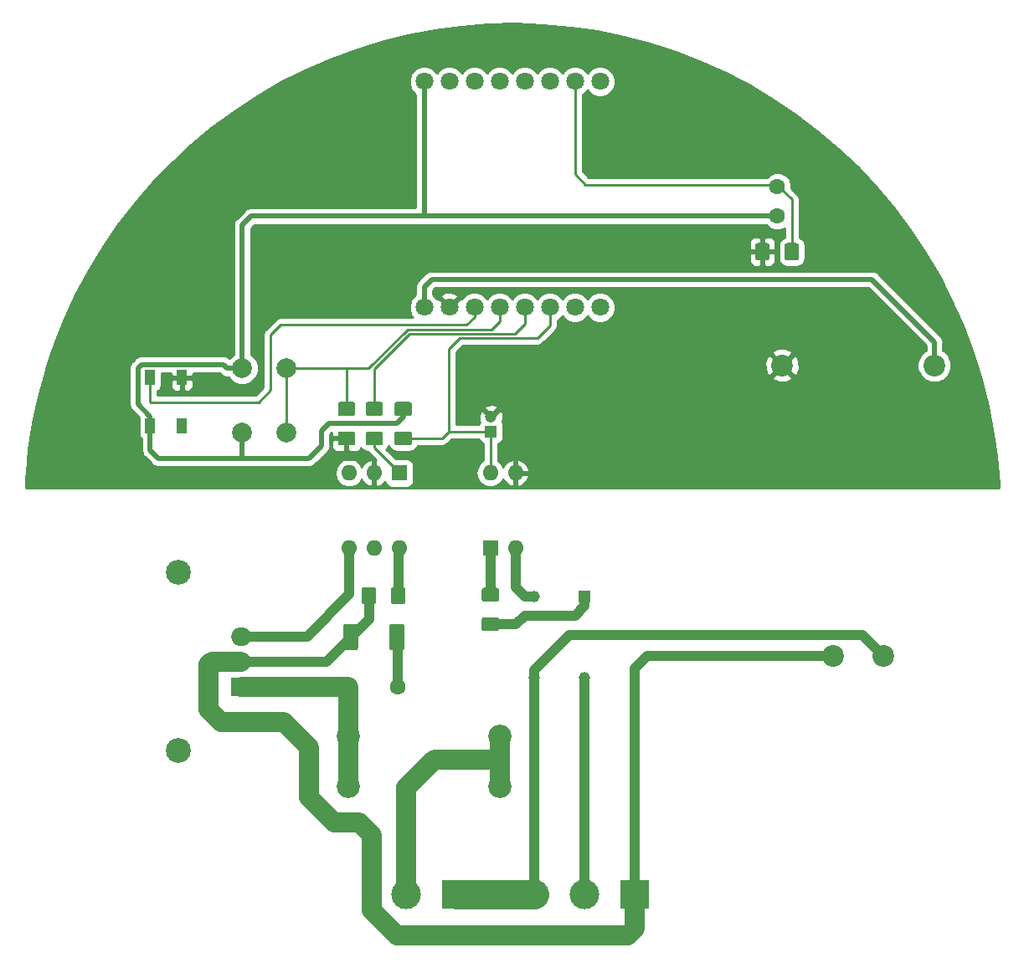
<source format=gbr>
G04 #@! TF.GenerationSoftware,KiCad,Pcbnew,5.0.2+dfsg1-1*
G04 #@! TF.CreationDate,2019-06-14T16:53:16+02:00*
G04 #@! TF.ProjectId,mains-light-controller,6d61696e-732d-46c6-9967-68742d636f6e,v1.0.1*
G04 #@! TF.SameCoordinates,Original*
G04 #@! TF.FileFunction,Copper,L1,Top*
G04 #@! TF.FilePolarity,Positive*
%FSLAX46Y46*%
G04 Gerber Fmt 4.6, Leading zero omitted, Abs format (unit mm)*
G04 Created by KiCad (PCBNEW 5.0.2+dfsg1-1) date fre 14 jun 2019 16:53:16 CEST*
%MOMM*%
%LPD*%
G01*
G04 APERTURE LIST*
G04 #@! TA.AperFunction,ComponentPad*
%ADD10C,2.350000*%
G04 #@! TD*
G04 #@! TA.AperFunction,ComponentPad*
%ADD11R,1.160000X1.160000*%
G04 #@! TD*
G04 #@! TA.AperFunction,ComponentPad*
%ADD12C,1.160000*%
G04 #@! TD*
G04 #@! TA.AperFunction,ComponentPad*
%ADD13C,2.524000*%
G04 #@! TD*
G04 #@! TA.AperFunction,ComponentPad*
%ADD14O,2.000000X1.905000*%
G04 #@! TD*
G04 #@! TA.AperFunction,ComponentPad*
%ADD15R,2.000000X1.905000*%
G04 #@! TD*
G04 #@! TA.AperFunction,Conductor*
%ADD16C,0.100000*%
G04 #@! TD*
G04 #@! TA.AperFunction,SMDPad,CuDef*
%ADD17C,1.425000*%
G04 #@! TD*
G04 #@! TA.AperFunction,SMDPad,CuDef*
%ADD18C,1.525000*%
G04 #@! TD*
G04 #@! TA.AperFunction,ComponentPad*
%ADD19C,1.600000*%
G04 #@! TD*
G04 #@! TA.AperFunction,ComponentPad*
%ADD20C,1.800000*%
G04 #@! TD*
G04 #@! TA.AperFunction,ComponentPad*
%ADD21C,2.200000*%
G04 #@! TD*
G04 #@! TA.AperFunction,ComponentPad*
%ADD22C,2.000000*%
G04 #@! TD*
G04 #@! TA.AperFunction,ComponentPad*
%ADD23C,1.200000*%
G04 #@! TD*
G04 #@! TA.AperFunction,ComponentPad*
%ADD24R,1.200000X1.200000*%
G04 #@! TD*
G04 #@! TA.AperFunction,SMDPad,CuDef*
%ADD25R,1.000000X1.500000*%
G04 #@! TD*
G04 #@! TA.AperFunction,ComponentPad*
%ADD26R,3.000000X3.000000*%
G04 #@! TD*
G04 #@! TA.AperFunction,ComponentPad*
%ADD27C,3.000000*%
G04 #@! TD*
G04 #@! TA.AperFunction,ComponentPad*
%ADD28O,1.600000X1.600000*%
G04 #@! TD*
G04 #@! TA.AperFunction,ComponentPad*
%ADD29R,1.600000X1.600000*%
G04 #@! TD*
G04 #@! TA.AperFunction,Conductor*
%ADD30C,0.250000*%
G04 #@! TD*
G04 #@! TA.AperFunction,Conductor*
%ADD31C,1.000000*%
G04 #@! TD*
G04 #@! TA.AperFunction,Conductor*
%ADD32C,0.200000*%
G04 #@! TD*
G04 #@! TA.AperFunction,Conductor*
%ADD33C,0.500000*%
G04 #@! TD*
G04 #@! TA.AperFunction,Conductor*
%ADD34C,2.000000*%
G04 #@! TD*
G04 #@! TA.AperFunction,Conductor*
%ADD35C,3.000000*%
G04 #@! TD*
G04 #@! TA.AperFunction,Conductor*
%ADD36C,0.254000*%
G04 #@! TD*
G04 APERTURE END LIST*
D10*
G04 #@! TO.P,F1,2*
G04 #@! TO.N,Net-(F1-Pad2)*
X63720000Y-87800000D03*
X63720000Y-92880000D03*
G04 #@! TO.P,F1,1*
G04 #@! TO.N,L_OUT*
X48400000Y-87800000D03*
X48400000Y-92880000D03*
G04 #@! TD*
D11*
G04 #@! TO.P,BR1,1*
G04 #@! TO.N,Net-(BR1-Pad1)*
X72350000Y-73675000D03*
D12*
G04 #@! TO.P,BR1,2*
G04 #@! TO.N,Net-(BR1-Pad2)*
X67250000Y-73675000D03*
G04 #@! TO.P,BR1,3*
G04 #@! TO.N,N_MAIN*
X67250000Y-81925000D03*
G04 #@! TO.P,BR1,4*
G04 #@! TO.N,M1_IN*
X72350000Y-81925000D03*
G04 #@! TD*
D13*
G04 #@! TO.P,Q1,5*
G04 #@! TO.N,N/C*
X31290000Y-71260000D03*
G04 #@! TO.P,Q1,4*
X31289999Y-89260000D03*
D14*
G04 #@! TO.P,Q1,3*
G04 #@! TO.N,Net-(Q1-Pad3)*
X37600000Y-77720000D03*
G04 #@! TO.P,Q1,2*
G04 #@! TO.N,M2_IN*
X37600000Y-80260000D03*
D15*
G04 #@! TO.P,Q1,1*
G04 #@! TO.N,L_OUT*
X37600000Y-82800000D03*
G04 #@! TD*
D16*
G04 #@! TO.N,Net-(BR1-Pad1)*
G04 #@! TO.C,R1*
G36*
X63449504Y-75776204D02*
X63473773Y-75779804D01*
X63497571Y-75785765D01*
X63520671Y-75794030D01*
X63542849Y-75804520D01*
X63563893Y-75817133D01*
X63583598Y-75831747D01*
X63601777Y-75848223D01*
X63618253Y-75866402D01*
X63632867Y-75886107D01*
X63645480Y-75907151D01*
X63655970Y-75929329D01*
X63664235Y-75952429D01*
X63670196Y-75976227D01*
X63673796Y-76000496D01*
X63675000Y-76025000D01*
X63675000Y-76950000D01*
X63673796Y-76974504D01*
X63670196Y-76998773D01*
X63664235Y-77022571D01*
X63655970Y-77045671D01*
X63645480Y-77067849D01*
X63632867Y-77088893D01*
X63618253Y-77108598D01*
X63601777Y-77126777D01*
X63583598Y-77143253D01*
X63563893Y-77157867D01*
X63542849Y-77170480D01*
X63520671Y-77180970D01*
X63497571Y-77189235D01*
X63473773Y-77195196D01*
X63449504Y-77198796D01*
X63425000Y-77200000D01*
X62175000Y-77200000D01*
X62150496Y-77198796D01*
X62126227Y-77195196D01*
X62102429Y-77189235D01*
X62079329Y-77180970D01*
X62057151Y-77170480D01*
X62036107Y-77157867D01*
X62016402Y-77143253D01*
X61998223Y-77126777D01*
X61981747Y-77108598D01*
X61967133Y-77088893D01*
X61954520Y-77067849D01*
X61944030Y-77045671D01*
X61935765Y-77022571D01*
X61929804Y-76998773D01*
X61926204Y-76974504D01*
X61925000Y-76950000D01*
X61925000Y-76025000D01*
X61926204Y-76000496D01*
X61929804Y-75976227D01*
X61935765Y-75952429D01*
X61944030Y-75929329D01*
X61954520Y-75907151D01*
X61967133Y-75886107D01*
X61981747Y-75866402D01*
X61998223Y-75848223D01*
X62016402Y-75831747D01*
X62036107Y-75817133D01*
X62057151Y-75804520D01*
X62079329Y-75794030D01*
X62102429Y-75785765D01*
X62126227Y-75779804D01*
X62150496Y-75776204D01*
X62175000Y-75775000D01*
X63425000Y-75775000D01*
X63449504Y-75776204D01*
X63449504Y-75776204D01*
G37*
D17*
G04 #@! TD*
G04 #@! TO.P,R1,2*
G04 #@! TO.N,Net-(BR1-Pad1)*
X62800000Y-76487500D03*
D16*
G04 #@! TO.N,Net-(R1-Pad1)*
G04 #@! TO.C,R1*
G36*
X63449504Y-72801204D02*
X63473773Y-72804804D01*
X63497571Y-72810765D01*
X63520671Y-72819030D01*
X63542849Y-72829520D01*
X63563893Y-72842133D01*
X63583598Y-72856747D01*
X63601777Y-72873223D01*
X63618253Y-72891402D01*
X63632867Y-72911107D01*
X63645480Y-72932151D01*
X63655970Y-72954329D01*
X63664235Y-72977429D01*
X63670196Y-73001227D01*
X63673796Y-73025496D01*
X63675000Y-73050000D01*
X63675000Y-73975000D01*
X63673796Y-73999504D01*
X63670196Y-74023773D01*
X63664235Y-74047571D01*
X63655970Y-74070671D01*
X63645480Y-74092849D01*
X63632867Y-74113893D01*
X63618253Y-74133598D01*
X63601777Y-74151777D01*
X63583598Y-74168253D01*
X63563893Y-74182867D01*
X63542849Y-74195480D01*
X63520671Y-74205970D01*
X63497571Y-74214235D01*
X63473773Y-74220196D01*
X63449504Y-74223796D01*
X63425000Y-74225000D01*
X62175000Y-74225000D01*
X62150496Y-74223796D01*
X62126227Y-74220196D01*
X62102429Y-74214235D01*
X62079329Y-74205970D01*
X62057151Y-74195480D01*
X62036107Y-74182867D01*
X62016402Y-74168253D01*
X61998223Y-74151777D01*
X61981747Y-74133598D01*
X61967133Y-74113893D01*
X61954520Y-74092849D01*
X61944030Y-74070671D01*
X61935765Y-74047571D01*
X61929804Y-74023773D01*
X61926204Y-73999504D01*
X61925000Y-73975000D01*
X61925000Y-73050000D01*
X61926204Y-73025496D01*
X61929804Y-73001227D01*
X61935765Y-72977429D01*
X61944030Y-72954329D01*
X61954520Y-72932151D01*
X61967133Y-72911107D01*
X61981747Y-72891402D01*
X61998223Y-72873223D01*
X62016402Y-72856747D01*
X62036107Y-72842133D01*
X62057151Y-72829520D01*
X62079329Y-72819030D01*
X62102429Y-72810765D01*
X62126227Y-72804804D01*
X62150496Y-72801204D01*
X62175000Y-72800000D01*
X63425000Y-72800000D01*
X63449504Y-72801204D01*
X63449504Y-72801204D01*
G37*
D17*
G04 #@! TD*
G04 #@! TO.P,R1,1*
G04 #@! TO.N,Net-(R1-Pad1)*
X62800000Y-73512500D03*
D16*
G04 #@! TO.N,D1*
G04 #@! TO.C,R2*
G36*
X54624504Y-56976204D02*
X54648773Y-56979804D01*
X54672571Y-56985765D01*
X54695671Y-56994030D01*
X54717849Y-57004520D01*
X54738893Y-57017133D01*
X54758598Y-57031747D01*
X54776777Y-57048223D01*
X54793253Y-57066402D01*
X54807867Y-57086107D01*
X54820480Y-57107151D01*
X54830970Y-57129329D01*
X54839235Y-57152429D01*
X54845196Y-57176227D01*
X54848796Y-57200496D01*
X54850000Y-57225000D01*
X54850000Y-58150000D01*
X54848796Y-58174504D01*
X54845196Y-58198773D01*
X54839235Y-58222571D01*
X54830970Y-58245671D01*
X54820480Y-58267849D01*
X54807867Y-58288893D01*
X54793253Y-58308598D01*
X54776777Y-58326777D01*
X54758598Y-58343253D01*
X54738893Y-58357867D01*
X54717849Y-58370480D01*
X54695671Y-58380970D01*
X54672571Y-58389235D01*
X54648773Y-58395196D01*
X54624504Y-58398796D01*
X54600000Y-58400000D01*
X53350000Y-58400000D01*
X53325496Y-58398796D01*
X53301227Y-58395196D01*
X53277429Y-58389235D01*
X53254329Y-58380970D01*
X53232151Y-58370480D01*
X53211107Y-58357867D01*
X53191402Y-58343253D01*
X53173223Y-58326777D01*
X53156747Y-58308598D01*
X53142133Y-58288893D01*
X53129520Y-58267849D01*
X53119030Y-58245671D01*
X53110765Y-58222571D01*
X53104804Y-58198773D01*
X53101204Y-58174504D01*
X53100000Y-58150000D01*
X53100000Y-57225000D01*
X53101204Y-57200496D01*
X53104804Y-57176227D01*
X53110765Y-57152429D01*
X53119030Y-57129329D01*
X53129520Y-57107151D01*
X53142133Y-57086107D01*
X53156747Y-57066402D01*
X53173223Y-57048223D01*
X53191402Y-57031747D01*
X53211107Y-57017133D01*
X53232151Y-57004520D01*
X53254329Y-56994030D01*
X53277429Y-56985765D01*
X53301227Y-56979804D01*
X53325496Y-56976204D01*
X53350000Y-56975000D01*
X54600000Y-56975000D01*
X54624504Y-56976204D01*
X54624504Y-56976204D01*
G37*
D17*
G04 #@! TD*
G04 #@! TO.P,R2,1*
G04 #@! TO.N,D1*
X53975000Y-57687500D03*
D16*
G04 #@! TO.N,+3V3*
G04 #@! TO.C,R2*
G36*
X54624504Y-54001204D02*
X54648773Y-54004804D01*
X54672571Y-54010765D01*
X54695671Y-54019030D01*
X54717849Y-54029520D01*
X54738893Y-54042133D01*
X54758598Y-54056747D01*
X54776777Y-54073223D01*
X54793253Y-54091402D01*
X54807867Y-54111107D01*
X54820480Y-54132151D01*
X54830970Y-54154329D01*
X54839235Y-54177429D01*
X54845196Y-54201227D01*
X54848796Y-54225496D01*
X54850000Y-54250000D01*
X54850000Y-55175000D01*
X54848796Y-55199504D01*
X54845196Y-55223773D01*
X54839235Y-55247571D01*
X54830970Y-55270671D01*
X54820480Y-55292849D01*
X54807867Y-55313893D01*
X54793253Y-55333598D01*
X54776777Y-55351777D01*
X54758598Y-55368253D01*
X54738893Y-55382867D01*
X54717849Y-55395480D01*
X54695671Y-55405970D01*
X54672571Y-55414235D01*
X54648773Y-55420196D01*
X54624504Y-55423796D01*
X54600000Y-55425000D01*
X53350000Y-55425000D01*
X53325496Y-55423796D01*
X53301227Y-55420196D01*
X53277429Y-55414235D01*
X53254329Y-55405970D01*
X53232151Y-55395480D01*
X53211107Y-55382867D01*
X53191402Y-55368253D01*
X53173223Y-55351777D01*
X53156747Y-55333598D01*
X53142133Y-55313893D01*
X53129520Y-55292849D01*
X53119030Y-55270671D01*
X53110765Y-55247571D01*
X53104804Y-55223773D01*
X53101204Y-55199504D01*
X53100000Y-55175000D01*
X53100000Y-54250000D01*
X53101204Y-54225496D01*
X53104804Y-54201227D01*
X53110765Y-54177429D01*
X53119030Y-54154329D01*
X53129520Y-54132151D01*
X53142133Y-54111107D01*
X53156747Y-54091402D01*
X53173223Y-54073223D01*
X53191402Y-54056747D01*
X53211107Y-54042133D01*
X53232151Y-54029520D01*
X53254329Y-54019030D01*
X53277429Y-54010765D01*
X53301227Y-54004804D01*
X53325496Y-54001204D01*
X53350000Y-54000000D01*
X54600000Y-54000000D01*
X54624504Y-54001204D01*
X54624504Y-54001204D01*
G37*
D17*
G04 #@! TD*
G04 #@! TO.P,R2,2*
G04 #@! TO.N,+3V3*
X53975000Y-54712500D03*
D16*
G04 #@! TO.N,Net-(R3-Pad2)*
G04 #@! TO.C,R3*
G36*
X53974504Y-72726204D02*
X53998773Y-72729804D01*
X54022571Y-72735765D01*
X54045671Y-72744030D01*
X54067849Y-72754520D01*
X54088893Y-72767133D01*
X54108598Y-72781747D01*
X54126777Y-72798223D01*
X54143253Y-72816402D01*
X54157867Y-72836107D01*
X54170480Y-72857151D01*
X54180970Y-72879329D01*
X54189235Y-72902429D01*
X54195196Y-72926227D01*
X54198796Y-72950496D01*
X54200000Y-72975000D01*
X54200000Y-74225000D01*
X54198796Y-74249504D01*
X54195196Y-74273773D01*
X54189235Y-74297571D01*
X54180970Y-74320671D01*
X54170480Y-74342849D01*
X54157867Y-74363893D01*
X54143253Y-74383598D01*
X54126777Y-74401777D01*
X54108598Y-74418253D01*
X54088893Y-74432867D01*
X54067849Y-74445480D01*
X54045671Y-74455970D01*
X54022571Y-74464235D01*
X53998773Y-74470196D01*
X53974504Y-74473796D01*
X53950000Y-74475000D01*
X53025000Y-74475000D01*
X53000496Y-74473796D01*
X52976227Y-74470196D01*
X52952429Y-74464235D01*
X52929329Y-74455970D01*
X52907151Y-74445480D01*
X52886107Y-74432867D01*
X52866402Y-74418253D01*
X52848223Y-74401777D01*
X52831747Y-74383598D01*
X52817133Y-74363893D01*
X52804520Y-74342849D01*
X52794030Y-74320671D01*
X52785765Y-74297571D01*
X52779804Y-74273773D01*
X52776204Y-74249504D01*
X52775000Y-74225000D01*
X52775000Y-72975000D01*
X52776204Y-72950496D01*
X52779804Y-72926227D01*
X52785765Y-72902429D01*
X52794030Y-72879329D01*
X52804520Y-72857151D01*
X52817133Y-72836107D01*
X52831747Y-72816402D01*
X52848223Y-72798223D01*
X52866402Y-72781747D01*
X52886107Y-72767133D01*
X52907151Y-72754520D01*
X52929329Y-72744030D01*
X52952429Y-72735765D01*
X52976227Y-72729804D01*
X53000496Y-72726204D01*
X53025000Y-72725000D01*
X53950000Y-72725000D01*
X53974504Y-72726204D01*
X53974504Y-72726204D01*
G37*
D17*
G04 #@! TD*
G04 #@! TO.P,R3,2*
G04 #@! TO.N,Net-(R3-Pad2)*
X53487500Y-73600000D03*
D16*
G04 #@! TO.N,M2_IN*
G04 #@! TO.C,R3*
G36*
X50999504Y-72726204D02*
X51023773Y-72729804D01*
X51047571Y-72735765D01*
X51070671Y-72744030D01*
X51092849Y-72754520D01*
X51113893Y-72767133D01*
X51133598Y-72781747D01*
X51151777Y-72798223D01*
X51168253Y-72816402D01*
X51182867Y-72836107D01*
X51195480Y-72857151D01*
X51205970Y-72879329D01*
X51214235Y-72902429D01*
X51220196Y-72926227D01*
X51223796Y-72950496D01*
X51225000Y-72975000D01*
X51225000Y-74225000D01*
X51223796Y-74249504D01*
X51220196Y-74273773D01*
X51214235Y-74297571D01*
X51205970Y-74320671D01*
X51195480Y-74342849D01*
X51182867Y-74363893D01*
X51168253Y-74383598D01*
X51151777Y-74401777D01*
X51133598Y-74418253D01*
X51113893Y-74432867D01*
X51092849Y-74445480D01*
X51070671Y-74455970D01*
X51047571Y-74464235D01*
X51023773Y-74470196D01*
X50999504Y-74473796D01*
X50975000Y-74475000D01*
X50050000Y-74475000D01*
X50025496Y-74473796D01*
X50001227Y-74470196D01*
X49977429Y-74464235D01*
X49954329Y-74455970D01*
X49932151Y-74445480D01*
X49911107Y-74432867D01*
X49891402Y-74418253D01*
X49873223Y-74401777D01*
X49856747Y-74383598D01*
X49842133Y-74363893D01*
X49829520Y-74342849D01*
X49819030Y-74320671D01*
X49810765Y-74297571D01*
X49804804Y-74273773D01*
X49801204Y-74249504D01*
X49800000Y-74225000D01*
X49800000Y-72975000D01*
X49801204Y-72950496D01*
X49804804Y-72926227D01*
X49810765Y-72902429D01*
X49819030Y-72879329D01*
X49829520Y-72857151D01*
X49842133Y-72836107D01*
X49856747Y-72816402D01*
X49873223Y-72798223D01*
X49891402Y-72781747D01*
X49911107Y-72767133D01*
X49932151Y-72754520D01*
X49954329Y-72744030D01*
X49977429Y-72735765D01*
X50001227Y-72729804D01*
X50025496Y-72726204D01*
X50050000Y-72725000D01*
X50975000Y-72725000D01*
X50999504Y-72726204D01*
X50999504Y-72726204D01*
G37*
D17*
G04 #@! TD*
G04 #@! TO.P,R3,1*
G04 #@! TO.N,M2_IN*
X50512500Y-73600000D03*
D16*
G04 #@! TO.N,Net-(R5-Pad1)*
G04 #@! TO.C,R5*
G36*
X51709504Y-56976204D02*
X51733773Y-56979804D01*
X51757571Y-56985765D01*
X51780671Y-56994030D01*
X51802849Y-57004520D01*
X51823893Y-57017133D01*
X51843598Y-57031747D01*
X51861777Y-57048223D01*
X51878253Y-57066402D01*
X51892867Y-57086107D01*
X51905480Y-57107151D01*
X51915970Y-57129329D01*
X51924235Y-57152429D01*
X51930196Y-57176227D01*
X51933796Y-57200496D01*
X51935000Y-57225000D01*
X51935000Y-58150000D01*
X51933796Y-58174504D01*
X51930196Y-58198773D01*
X51924235Y-58222571D01*
X51915970Y-58245671D01*
X51905480Y-58267849D01*
X51892867Y-58288893D01*
X51878253Y-58308598D01*
X51861777Y-58326777D01*
X51843598Y-58343253D01*
X51823893Y-58357867D01*
X51802849Y-58370480D01*
X51780671Y-58380970D01*
X51757571Y-58389235D01*
X51733773Y-58395196D01*
X51709504Y-58398796D01*
X51685000Y-58400000D01*
X50435000Y-58400000D01*
X50410496Y-58398796D01*
X50386227Y-58395196D01*
X50362429Y-58389235D01*
X50339329Y-58380970D01*
X50317151Y-58370480D01*
X50296107Y-58357867D01*
X50276402Y-58343253D01*
X50258223Y-58326777D01*
X50241747Y-58308598D01*
X50227133Y-58288893D01*
X50214520Y-58267849D01*
X50204030Y-58245671D01*
X50195765Y-58222571D01*
X50189804Y-58198773D01*
X50186204Y-58174504D01*
X50185000Y-58150000D01*
X50185000Y-57225000D01*
X50186204Y-57200496D01*
X50189804Y-57176227D01*
X50195765Y-57152429D01*
X50204030Y-57129329D01*
X50214520Y-57107151D01*
X50227133Y-57086107D01*
X50241747Y-57066402D01*
X50258223Y-57048223D01*
X50276402Y-57031747D01*
X50296107Y-57017133D01*
X50317151Y-57004520D01*
X50339329Y-56994030D01*
X50362429Y-56985765D01*
X50386227Y-56979804D01*
X50410496Y-56976204D01*
X50435000Y-56975000D01*
X51685000Y-56975000D01*
X51709504Y-56976204D01*
X51709504Y-56976204D01*
G37*
D17*
G04 #@! TD*
G04 #@! TO.P,R5,1*
G04 #@! TO.N,Net-(R5-Pad1)*
X51060000Y-57687500D03*
D16*
G04 #@! TO.N,D2*
G04 #@! TO.C,R5*
G36*
X51709504Y-54001204D02*
X51733773Y-54004804D01*
X51757571Y-54010765D01*
X51780671Y-54019030D01*
X51802849Y-54029520D01*
X51823893Y-54042133D01*
X51843598Y-54056747D01*
X51861777Y-54073223D01*
X51878253Y-54091402D01*
X51892867Y-54111107D01*
X51905480Y-54132151D01*
X51915970Y-54154329D01*
X51924235Y-54177429D01*
X51930196Y-54201227D01*
X51933796Y-54225496D01*
X51935000Y-54250000D01*
X51935000Y-55175000D01*
X51933796Y-55199504D01*
X51930196Y-55223773D01*
X51924235Y-55247571D01*
X51915970Y-55270671D01*
X51905480Y-55292849D01*
X51892867Y-55313893D01*
X51878253Y-55333598D01*
X51861777Y-55351777D01*
X51843598Y-55368253D01*
X51823893Y-55382867D01*
X51802849Y-55395480D01*
X51780671Y-55405970D01*
X51757571Y-55414235D01*
X51733773Y-55420196D01*
X51709504Y-55423796D01*
X51685000Y-55425000D01*
X50435000Y-55425000D01*
X50410496Y-55423796D01*
X50386227Y-55420196D01*
X50362429Y-55414235D01*
X50339329Y-55405970D01*
X50317151Y-55395480D01*
X50296107Y-55382867D01*
X50276402Y-55368253D01*
X50258223Y-55351777D01*
X50241747Y-55333598D01*
X50227133Y-55313893D01*
X50214520Y-55292849D01*
X50204030Y-55270671D01*
X50195765Y-55247571D01*
X50189804Y-55223773D01*
X50186204Y-55199504D01*
X50185000Y-55175000D01*
X50185000Y-54250000D01*
X50186204Y-54225496D01*
X50189804Y-54201227D01*
X50195765Y-54177429D01*
X50204030Y-54154329D01*
X50214520Y-54132151D01*
X50227133Y-54111107D01*
X50241747Y-54091402D01*
X50258223Y-54073223D01*
X50276402Y-54056747D01*
X50296107Y-54042133D01*
X50317151Y-54029520D01*
X50339329Y-54019030D01*
X50362429Y-54010765D01*
X50386227Y-54004804D01*
X50410496Y-54001204D01*
X50435000Y-54000000D01*
X51685000Y-54000000D01*
X51709504Y-54001204D01*
X51709504Y-54001204D01*
G37*
D17*
G04 #@! TD*
G04 #@! TO.P,R5,2*
G04 #@! TO.N,D2*
X51060000Y-54712500D03*
D16*
G04 #@! TO.N,GND*
G04 #@! TO.C,R6*
G36*
X90790326Y-37919166D02*
X90814595Y-37922766D01*
X90838393Y-37928727D01*
X90861493Y-37936992D01*
X90883671Y-37947482D01*
X90904715Y-37960095D01*
X90924420Y-37974709D01*
X90942599Y-37991185D01*
X90959075Y-38009364D01*
X90973689Y-38029069D01*
X90986302Y-38050113D01*
X90996792Y-38072291D01*
X91005057Y-38095391D01*
X91011018Y-38119189D01*
X91014618Y-38143458D01*
X91015822Y-38167962D01*
X91015822Y-39417962D01*
X91014618Y-39442466D01*
X91011018Y-39466735D01*
X91005057Y-39490533D01*
X90996792Y-39513633D01*
X90986302Y-39535811D01*
X90973689Y-39556855D01*
X90959075Y-39576560D01*
X90942599Y-39594739D01*
X90924420Y-39611215D01*
X90904715Y-39625829D01*
X90883671Y-39638442D01*
X90861493Y-39648932D01*
X90838393Y-39657197D01*
X90814595Y-39663158D01*
X90790326Y-39666758D01*
X90765822Y-39667962D01*
X89840822Y-39667962D01*
X89816318Y-39666758D01*
X89792049Y-39663158D01*
X89768251Y-39657197D01*
X89745151Y-39648932D01*
X89722973Y-39638442D01*
X89701929Y-39625829D01*
X89682224Y-39611215D01*
X89664045Y-39594739D01*
X89647569Y-39576560D01*
X89632955Y-39556855D01*
X89620342Y-39535811D01*
X89609852Y-39513633D01*
X89601587Y-39490533D01*
X89595626Y-39466735D01*
X89592026Y-39442466D01*
X89590822Y-39417962D01*
X89590822Y-38167962D01*
X89592026Y-38143458D01*
X89595626Y-38119189D01*
X89601587Y-38095391D01*
X89609852Y-38072291D01*
X89620342Y-38050113D01*
X89632955Y-38029069D01*
X89647569Y-38009364D01*
X89664045Y-37991185D01*
X89682224Y-37974709D01*
X89701929Y-37960095D01*
X89722973Y-37947482D01*
X89745151Y-37936992D01*
X89768251Y-37928727D01*
X89792049Y-37922766D01*
X89816318Y-37919166D01*
X89840822Y-37917962D01*
X90765822Y-37917962D01*
X90790326Y-37919166D01*
X90790326Y-37919166D01*
G37*
D17*
G04 #@! TD*
G04 #@! TO.P,R6,2*
G04 #@! TO.N,GND*
X90303322Y-38792962D03*
D16*
G04 #@! TO.N,A0*
G04 #@! TO.C,R6*
G36*
X93765326Y-37919166D02*
X93789595Y-37922766D01*
X93813393Y-37928727D01*
X93836493Y-37936992D01*
X93858671Y-37947482D01*
X93879715Y-37960095D01*
X93899420Y-37974709D01*
X93917599Y-37991185D01*
X93934075Y-38009364D01*
X93948689Y-38029069D01*
X93961302Y-38050113D01*
X93971792Y-38072291D01*
X93980057Y-38095391D01*
X93986018Y-38119189D01*
X93989618Y-38143458D01*
X93990822Y-38167962D01*
X93990822Y-39417962D01*
X93989618Y-39442466D01*
X93986018Y-39466735D01*
X93980057Y-39490533D01*
X93971792Y-39513633D01*
X93961302Y-39535811D01*
X93948689Y-39556855D01*
X93934075Y-39576560D01*
X93917599Y-39594739D01*
X93899420Y-39611215D01*
X93879715Y-39625829D01*
X93858671Y-39638442D01*
X93836493Y-39648932D01*
X93813393Y-39657197D01*
X93789595Y-39663158D01*
X93765326Y-39666758D01*
X93740822Y-39667962D01*
X92815822Y-39667962D01*
X92791318Y-39666758D01*
X92767049Y-39663158D01*
X92743251Y-39657197D01*
X92720151Y-39648932D01*
X92697973Y-39638442D01*
X92676929Y-39625829D01*
X92657224Y-39611215D01*
X92639045Y-39594739D01*
X92622569Y-39576560D01*
X92607955Y-39556855D01*
X92595342Y-39535811D01*
X92584852Y-39513633D01*
X92576587Y-39490533D01*
X92570626Y-39466735D01*
X92567026Y-39442466D01*
X92565822Y-39417962D01*
X92565822Y-38167962D01*
X92567026Y-38143458D01*
X92570626Y-38119189D01*
X92576587Y-38095391D01*
X92584852Y-38072291D01*
X92595342Y-38050113D01*
X92607955Y-38029069D01*
X92622569Y-38009364D01*
X92639045Y-37991185D01*
X92657224Y-37974709D01*
X92676929Y-37960095D01*
X92697973Y-37947482D01*
X92720151Y-37936992D01*
X92743251Y-37928727D01*
X92767049Y-37922766D01*
X92791318Y-37919166D01*
X92815822Y-37917962D01*
X93740822Y-37917962D01*
X93765326Y-37919166D01*
X93765326Y-37919166D01*
G37*
D17*
G04 #@! TD*
G04 #@! TO.P,R6,1*
G04 #@! TO.N,A0*
X93278322Y-38792962D03*
D16*
G04 #@! TO.N,GND*
G04 #@! TO.C,R8*
G36*
X48909504Y-56976204D02*
X48933773Y-56979804D01*
X48957571Y-56985765D01*
X48980671Y-56994030D01*
X49002849Y-57004520D01*
X49023893Y-57017133D01*
X49043598Y-57031747D01*
X49061777Y-57048223D01*
X49078253Y-57066402D01*
X49092867Y-57086107D01*
X49105480Y-57107151D01*
X49115970Y-57129329D01*
X49124235Y-57152429D01*
X49130196Y-57176227D01*
X49133796Y-57200496D01*
X49135000Y-57225000D01*
X49135000Y-58150000D01*
X49133796Y-58174504D01*
X49130196Y-58198773D01*
X49124235Y-58222571D01*
X49115970Y-58245671D01*
X49105480Y-58267849D01*
X49092867Y-58288893D01*
X49078253Y-58308598D01*
X49061777Y-58326777D01*
X49043598Y-58343253D01*
X49023893Y-58357867D01*
X49002849Y-58370480D01*
X48980671Y-58380970D01*
X48957571Y-58389235D01*
X48933773Y-58395196D01*
X48909504Y-58398796D01*
X48885000Y-58400000D01*
X47635000Y-58400000D01*
X47610496Y-58398796D01*
X47586227Y-58395196D01*
X47562429Y-58389235D01*
X47539329Y-58380970D01*
X47517151Y-58370480D01*
X47496107Y-58357867D01*
X47476402Y-58343253D01*
X47458223Y-58326777D01*
X47441747Y-58308598D01*
X47427133Y-58288893D01*
X47414520Y-58267849D01*
X47404030Y-58245671D01*
X47395765Y-58222571D01*
X47389804Y-58198773D01*
X47386204Y-58174504D01*
X47385000Y-58150000D01*
X47385000Y-57225000D01*
X47386204Y-57200496D01*
X47389804Y-57176227D01*
X47395765Y-57152429D01*
X47404030Y-57129329D01*
X47414520Y-57107151D01*
X47427133Y-57086107D01*
X47441747Y-57066402D01*
X47458223Y-57048223D01*
X47476402Y-57031747D01*
X47496107Y-57017133D01*
X47517151Y-57004520D01*
X47539329Y-56994030D01*
X47562429Y-56985765D01*
X47586227Y-56979804D01*
X47610496Y-56976204D01*
X47635000Y-56975000D01*
X48885000Y-56975000D01*
X48909504Y-56976204D01*
X48909504Y-56976204D01*
G37*
D17*
G04 #@! TD*
G04 #@! TO.P,R8,1*
G04 #@! TO.N,GND*
X48260000Y-57687500D03*
D16*
G04 #@! TO.N,D3*
G04 #@! TO.C,R8*
G36*
X48909504Y-54001204D02*
X48933773Y-54004804D01*
X48957571Y-54010765D01*
X48980671Y-54019030D01*
X49002849Y-54029520D01*
X49023893Y-54042133D01*
X49043598Y-54056747D01*
X49061777Y-54073223D01*
X49078253Y-54091402D01*
X49092867Y-54111107D01*
X49105480Y-54132151D01*
X49115970Y-54154329D01*
X49124235Y-54177429D01*
X49130196Y-54201227D01*
X49133796Y-54225496D01*
X49135000Y-54250000D01*
X49135000Y-55175000D01*
X49133796Y-55199504D01*
X49130196Y-55223773D01*
X49124235Y-55247571D01*
X49115970Y-55270671D01*
X49105480Y-55292849D01*
X49092867Y-55313893D01*
X49078253Y-55333598D01*
X49061777Y-55351777D01*
X49043598Y-55368253D01*
X49023893Y-55382867D01*
X49002849Y-55395480D01*
X48980671Y-55405970D01*
X48957571Y-55414235D01*
X48933773Y-55420196D01*
X48909504Y-55423796D01*
X48885000Y-55425000D01*
X47635000Y-55425000D01*
X47610496Y-55423796D01*
X47586227Y-55420196D01*
X47562429Y-55414235D01*
X47539329Y-55405970D01*
X47517151Y-55395480D01*
X47496107Y-55382867D01*
X47476402Y-55368253D01*
X47458223Y-55351777D01*
X47441747Y-55333598D01*
X47427133Y-55313893D01*
X47414520Y-55292849D01*
X47404030Y-55270671D01*
X47395765Y-55247571D01*
X47389804Y-55223773D01*
X47386204Y-55199504D01*
X47385000Y-55175000D01*
X47385000Y-54250000D01*
X47386204Y-54225496D01*
X47389804Y-54201227D01*
X47395765Y-54177429D01*
X47404030Y-54154329D01*
X47414520Y-54132151D01*
X47427133Y-54111107D01*
X47441747Y-54091402D01*
X47458223Y-54073223D01*
X47476402Y-54056747D01*
X47496107Y-54042133D01*
X47517151Y-54029520D01*
X47539329Y-54019030D01*
X47562429Y-54010765D01*
X47586227Y-54004804D01*
X47610496Y-54001204D01*
X47635000Y-54000000D01*
X48885000Y-54000000D01*
X48909504Y-54001204D01*
X48909504Y-54001204D01*
G37*
D17*
G04 #@! TD*
G04 #@! TO.P,R8,2*
G04 #@! TO.N,D3*
X48260000Y-54712500D03*
D16*
G04 #@! TO.N,M2_IN*
G04 #@! TO.C,R4*
G36*
X49199505Y-76476204D02*
X49223773Y-76479804D01*
X49247572Y-76485765D01*
X49270671Y-76494030D01*
X49292850Y-76504520D01*
X49313893Y-76517132D01*
X49333599Y-76531747D01*
X49351777Y-76548223D01*
X49368253Y-76566401D01*
X49382868Y-76586107D01*
X49395480Y-76607150D01*
X49405970Y-76629329D01*
X49414235Y-76652428D01*
X49420196Y-76676227D01*
X49423796Y-76700495D01*
X49425000Y-76724999D01*
X49425000Y-78875001D01*
X49423796Y-78899505D01*
X49420196Y-78923773D01*
X49414235Y-78947572D01*
X49405970Y-78970671D01*
X49395480Y-78992850D01*
X49382868Y-79013893D01*
X49368253Y-79033599D01*
X49351777Y-79051777D01*
X49333599Y-79068253D01*
X49313893Y-79082868D01*
X49292850Y-79095480D01*
X49270671Y-79105970D01*
X49247572Y-79114235D01*
X49223773Y-79120196D01*
X49199505Y-79123796D01*
X49175001Y-79125000D01*
X48149999Y-79125000D01*
X48125495Y-79123796D01*
X48101227Y-79120196D01*
X48077428Y-79114235D01*
X48054329Y-79105970D01*
X48032150Y-79095480D01*
X48011107Y-79082868D01*
X47991401Y-79068253D01*
X47973223Y-79051777D01*
X47956747Y-79033599D01*
X47942132Y-79013893D01*
X47929520Y-78992850D01*
X47919030Y-78970671D01*
X47910765Y-78947572D01*
X47904804Y-78923773D01*
X47901204Y-78899505D01*
X47900000Y-78875001D01*
X47900000Y-76724999D01*
X47901204Y-76700495D01*
X47904804Y-76676227D01*
X47910765Y-76652428D01*
X47919030Y-76629329D01*
X47929520Y-76607150D01*
X47942132Y-76586107D01*
X47956747Y-76566401D01*
X47973223Y-76548223D01*
X47991401Y-76531747D01*
X48011107Y-76517132D01*
X48032150Y-76504520D01*
X48054329Y-76494030D01*
X48077428Y-76485765D01*
X48101227Y-76479804D01*
X48125495Y-76476204D01*
X48149999Y-76475000D01*
X49175001Y-76475000D01*
X49199505Y-76476204D01*
X49199505Y-76476204D01*
G37*
D18*
G04 #@! TD*
G04 #@! TO.P,R4,1*
G04 #@! TO.N,M2_IN*
X48662500Y-77800000D03*
D16*
G04 #@! TO.N,Net-(C5-Pad1)*
G04 #@! TO.C,R4*
G36*
X53874505Y-76476204D02*
X53898773Y-76479804D01*
X53922572Y-76485765D01*
X53945671Y-76494030D01*
X53967850Y-76504520D01*
X53988893Y-76517132D01*
X54008599Y-76531747D01*
X54026777Y-76548223D01*
X54043253Y-76566401D01*
X54057868Y-76586107D01*
X54070480Y-76607150D01*
X54080970Y-76629329D01*
X54089235Y-76652428D01*
X54095196Y-76676227D01*
X54098796Y-76700495D01*
X54100000Y-76724999D01*
X54100000Y-78875001D01*
X54098796Y-78899505D01*
X54095196Y-78923773D01*
X54089235Y-78947572D01*
X54080970Y-78970671D01*
X54070480Y-78992850D01*
X54057868Y-79013893D01*
X54043253Y-79033599D01*
X54026777Y-79051777D01*
X54008599Y-79068253D01*
X53988893Y-79082868D01*
X53967850Y-79095480D01*
X53945671Y-79105970D01*
X53922572Y-79114235D01*
X53898773Y-79120196D01*
X53874505Y-79123796D01*
X53850001Y-79125000D01*
X52824999Y-79125000D01*
X52800495Y-79123796D01*
X52776227Y-79120196D01*
X52752428Y-79114235D01*
X52729329Y-79105970D01*
X52707150Y-79095480D01*
X52686107Y-79082868D01*
X52666401Y-79068253D01*
X52648223Y-79051777D01*
X52631747Y-79033599D01*
X52617132Y-79013893D01*
X52604520Y-78992850D01*
X52594030Y-78970671D01*
X52585765Y-78947572D01*
X52579804Y-78923773D01*
X52576204Y-78899505D01*
X52575000Y-78875001D01*
X52575000Y-76724999D01*
X52576204Y-76700495D01*
X52579804Y-76676227D01*
X52585765Y-76652428D01*
X52594030Y-76629329D01*
X52604520Y-76607150D01*
X52617132Y-76586107D01*
X52631747Y-76566401D01*
X52648223Y-76548223D01*
X52666401Y-76531747D01*
X52686107Y-76517132D01*
X52707150Y-76504520D01*
X52729329Y-76494030D01*
X52752428Y-76485765D01*
X52776227Y-76479804D01*
X52800495Y-76476204D01*
X52824999Y-76475000D01*
X53850001Y-76475000D01*
X53874505Y-76476204D01*
X53874505Y-76476204D01*
G37*
D18*
G04 #@! TD*
G04 #@! TO.P,R4,2*
G04 #@! TO.N,Net-(C5-Pad1)*
X53337500Y-77800000D03*
D19*
G04 #@! TO.P,R7,1*
G04 #@! TO.N,+3V3*
X91800000Y-35200000D03*
G04 #@! TO.P,R7,2*
G04 #@! TO.N,A0*
X91800000Y-32200000D03*
G04 #@! TD*
D20*
G04 #@! TO.P,U4,16*
G04 #@! TO.N,+3V3*
X56110000Y-21570000D03*
G04 #@! TO.P,U4,1*
G04 #@! TO.N,+5V*
X56110000Y-44430000D03*
G04 #@! TO.P,U4,15*
G04 #@! TO.N,D8*
X58650000Y-21570000D03*
G04 #@! TO.P,U4,2*
G04 #@! TO.N,GND*
X58650000Y-44430000D03*
G04 #@! TO.P,U4,14*
G04 #@! TO.N,D7*
X61190000Y-21570000D03*
G04 #@! TO.P,U4,3*
G04 #@! TO.N,D4*
X61190000Y-44430000D03*
G04 #@! TO.P,U4,13*
G04 #@! TO.N,D6*
X63730000Y-21570000D03*
G04 #@! TO.P,U4,4*
G04 #@! TO.N,D3*
X63730000Y-44430000D03*
G04 #@! TO.P,U4,12*
G04 #@! TO.N,D5*
X66270000Y-21570000D03*
G04 #@! TO.P,U4,5*
G04 #@! TO.N,D2*
X66270000Y-44430000D03*
G04 #@! TO.P,U4,11*
G04 #@! TO.N,D0*
X68810000Y-21570000D03*
G04 #@! TO.P,U4,6*
G04 #@! TO.N,D1*
X68810000Y-44430000D03*
G04 #@! TO.P,U4,10*
G04 #@! TO.N,A0*
X71350000Y-21570000D03*
G04 #@! TO.P,U4,7*
G04 #@! TO.N,RX*
X71350000Y-44430000D03*
G04 #@! TO.P,U4,9*
G04 #@! TO.N,RST*
X73890000Y-21570000D03*
G04 #@! TO.P,U4,8*
G04 #@! TO.N,TX*
X73890000Y-44430000D03*
G04 #@! TD*
D21*
G04 #@! TO.P,U2,4*
G04 #@! TO.N,+5V*
X107700000Y-50300000D03*
G04 #@! TO.P,U2,3*
G04 #@! TO.N,GND*
X92300000Y-50300000D03*
G04 #@! TO.P,U2,2*
G04 #@! TO.N,N_MAIN*
X102500000Y-79700000D03*
G04 #@! TO.P,U2,1*
G04 #@! TO.N,M2_IN*
X97500000Y-79700000D03*
G04 #@! TD*
D22*
G04 #@! TO.P,SW1,2*
G04 #@! TO.N,+3V3*
X37700000Y-50600000D03*
G04 #@! TO.P,SW1,1*
G04 #@! TO.N,D3*
X42200000Y-50600000D03*
G04 #@! TO.P,SW1,2*
G04 #@! TO.N,+3V3*
X37700000Y-57100000D03*
G04 #@! TO.P,SW1,1*
G04 #@! TO.N,D3*
X42200000Y-57100000D03*
G04 #@! TD*
D23*
G04 #@! TO.P,C1,2*
G04 #@! TO.N,GND*
X62865000Y-55500000D03*
D24*
G04 #@! TO.P,C1,1*
G04 #@! TO.N,D1*
X62865000Y-57000000D03*
G04 #@! TD*
D19*
G04 #@! TO.P,C5,1*
G04 #@! TO.N,Net-(C5-Pad1)*
X53400000Y-82800000D03*
G04 #@! TO.P,C5,2*
G04 #@! TO.N,L_OUT*
X48400000Y-82800000D03*
G04 #@! TD*
D25*
G04 #@! TO.P,D1,1*
G04 #@! TO.N,+3V3*
X28400000Y-56450000D03*
G04 #@! TO.P,D1,2*
G04 #@! TO.N,Net-(D1-Pad2)*
X31600000Y-56450000D03*
G04 #@! TO.P,D1,4*
G04 #@! TO.N,D4*
X28400000Y-51550000D03*
G04 #@! TO.P,D1,3*
G04 #@! TO.N,GND*
X31600000Y-51550000D03*
G04 #@! TD*
D26*
G04 #@! TO.P,J1,1*
G04 #@! TO.N,M2_IN*
X77400000Y-103800000D03*
D27*
G04 #@! TO.P,J1,2*
G04 #@! TO.N,M1_IN*
X72320000Y-103800000D03*
G04 #@! TO.P,J1,3*
G04 #@! TO.N,N_MAIN*
X67240000Y-103800000D03*
G04 #@! TD*
D26*
G04 #@! TO.P,J2,1*
G04 #@! TO.N,N_MAIN*
X59400000Y-103800000D03*
D27*
G04 #@! TO.P,J2,2*
G04 #@! TO.N,Net-(F1-Pad2)*
X54320000Y-103800000D03*
G04 #@! TD*
D28*
G04 #@! TO.P,U1,4*
G04 #@! TO.N,D1*
X62800000Y-61180000D03*
G04 #@! TO.P,U1,2*
G04 #@! TO.N,Net-(BR1-Pad2)*
X65340000Y-68800000D03*
G04 #@! TO.P,U1,3*
G04 #@! TO.N,GND*
X65340000Y-61180000D03*
D29*
G04 #@! TO.P,U1,1*
G04 #@! TO.N,Net-(R1-Pad1)*
X62800000Y-68800000D03*
G04 #@! TD*
D28*
G04 #@! TO.P,U3,6*
G04 #@! TO.N,Net-(R3-Pad2)*
X53600000Y-68820000D03*
G04 #@! TO.P,U3,3*
G04 #@! TO.N,Net-(U3-Pad3)*
X48520000Y-61200000D03*
G04 #@! TO.P,U3,5*
G04 #@! TO.N,Net-(U3-Pad5)*
X51060000Y-68820000D03*
G04 #@! TO.P,U3,2*
G04 #@! TO.N,GND*
X51060000Y-61200000D03*
G04 #@! TO.P,U3,4*
G04 #@! TO.N,Net-(Q1-Pad3)*
X48520000Y-68820000D03*
D29*
G04 #@! TO.P,U3,1*
G04 #@! TO.N,Net-(R5-Pad1)*
X53600000Y-61200000D03*
G04 #@! TD*
D30*
G04 #@! TO.N,Net-(C5-Pad1)*
X53400000Y-77262500D02*
X53337500Y-77200000D01*
X53400000Y-77862500D02*
X53337500Y-77800000D01*
X53400000Y-77800000D02*
X53337500Y-77800000D01*
D31*
X53400000Y-82800000D02*
X53400000Y-77862500D01*
D30*
G04 #@! TO.N,Net-(Q1-Pad3)*
X40600000Y-77720000D02*
X40647500Y-77720000D01*
D31*
X44280000Y-77720000D02*
X40600000Y-77720000D01*
X48520000Y-73480000D02*
X44280000Y-77720000D01*
X48520000Y-68820000D02*
X48520000Y-73480000D01*
X40600000Y-77720000D02*
X37600000Y-77720000D01*
G04 #@! TO.N,Net-(R1-Pad1)*
X62800000Y-72700000D02*
X62800000Y-68800000D01*
X62800000Y-73512500D02*
X62800000Y-72700000D01*
D30*
G04 #@! TO.N,Net-(R3-Pad2)*
X53487500Y-68932500D02*
X53600000Y-68820000D01*
D31*
X53487500Y-73600000D02*
X53487500Y-68932500D01*
D30*
G04 #@! TO.N,Net-(R5-Pad1)*
X51060000Y-58660000D02*
X53600000Y-61200000D01*
X51060000Y-57687500D02*
X51060000Y-58660000D01*
D31*
G04 #@! TO.N,Net-(BR1-Pad1)*
X65400000Y-76487500D02*
X66287500Y-75600000D01*
X72350000Y-74650000D02*
X72350000Y-73675000D01*
X71400000Y-75600000D02*
X72350000Y-74650000D01*
X66287500Y-75600000D02*
X71400000Y-75600000D01*
X65400000Y-76487500D02*
X62800000Y-76487500D01*
G04 #@! TO.N,Net-(BR1-Pad2)*
X65340000Y-68800000D02*
X65340000Y-72740000D01*
X66275000Y-73675000D02*
X67250000Y-73675000D01*
X65340000Y-72740000D02*
X66275000Y-73675000D01*
D30*
G04 #@! TO.N,A0*
X93278322Y-33478322D02*
X93278322Y-38792962D01*
X91800000Y-32000000D02*
X93278322Y-33478322D01*
X71350000Y-30950000D02*
X71350000Y-21570000D01*
X91800000Y-32000000D02*
X72400000Y-32000000D01*
X72400000Y-32000000D02*
X71350000Y-30950000D01*
D32*
G04 #@! TO.N,D1*
X62865000Y-61115000D02*
X62800000Y-61180000D01*
D30*
X62865000Y-57000000D02*
X62865000Y-61115000D01*
X53975000Y-57687500D02*
X57882500Y-57687500D01*
X58570000Y-57000000D02*
X62865000Y-57000000D01*
X57882500Y-57687500D02*
X58570000Y-57000000D01*
X58570000Y-48618000D02*
X58570000Y-57000000D01*
X68810000Y-45702792D02*
X68827208Y-45720000D01*
X68810000Y-44430000D02*
X68810000Y-45702792D01*
X68827208Y-45720000D02*
X68827208Y-46234792D01*
X67564000Y-47498000D02*
X59690000Y-47498000D01*
X59690000Y-47498000D02*
X58570000Y-48618000D01*
X68827208Y-46234792D02*
X67564000Y-47498000D01*
G04 #@! TO.N,D2*
X66270000Y-46130000D02*
X66270000Y-44430000D01*
X65299980Y-47100020D02*
X66270000Y-46130000D01*
X51060000Y-50668410D02*
X54614195Y-47114215D01*
X51060000Y-54712500D02*
X51060000Y-50668410D01*
X54600000Y-47100020D02*
X54614195Y-47114215D01*
X54614195Y-47114215D02*
X65299980Y-47100020D01*
G04 #@! TO.N,D3*
X63730000Y-45870000D02*
X63730000Y-44430000D01*
X62949990Y-46650010D02*
X63730000Y-45870000D01*
X42100000Y-50600000D02*
X44200000Y-50600000D01*
X44200000Y-50600000D02*
X48206000Y-50600000D01*
X62949990Y-46650010D02*
X54441990Y-46650010D01*
X54441990Y-46650010D02*
X50492000Y-50600000D01*
X48260000Y-54712500D02*
X48260000Y-50600000D01*
X50492000Y-50600000D02*
X48260000Y-50600000D01*
D32*
X48260000Y-50600000D02*
X48206000Y-50600000D01*
D30*
X42200000Y-55685787D02*
X42200000Y-50600000D01*
X42200000Y-57100000D02*
X42200000Y-55685787D01*
G04 #@! TO.N,D4*
X61190000Y-45390000D02*
X61190000Y-44430000D01*
X61200000Y-45400000D02*
X61190000Y-45390000D01*
X39374999Y-54025001D02*
X40600000Y-52800000D01*
X41600000Y-46200000D02*
X60400000Y-46200000D01*
X28475001Y-54025001D02*
X39374999Y-54025001D01*
X40600000Y-52800000D02*
X40600000Y-47200000D01*
X40600000Y-47200000D02*
X41600000Y-46200000D01*
X60400000Y-46200000D02*
X61200000Y-45400000D01*
X28400000Y-53950000D02*
X28475001Y-54025001D01*
X28400000Y-51550000D02*
X28400000Y-53950000D01*
D33*
G04 #@! TO.N,+5V*
X56110000Y-42357208D02*
X56110000Y-44430000D01*
X56867208Y-41600000D02*
X56110000Y-42357208D01*
X101355634Y-41600000D02*
X56867208Y-41600000D01*
X107700000Y-50300000D02*
X107700000Y-47944366D01*
X107700000Y-47944366D02*
X101355634Y-41600000D01*
G04 #@! TO.N,+3V3*
X28400000Y-56450000D02*
X28400000Y-57450000D01*
X28400000Y-55450000D02*
X28400000Y-56450000D01*
X35785787Y-50200000D02*
X27914998Y-50200000D01*
X37600000Y-50600000D02*
X36185787Y-50600000D01*
X36185787Y-50600000D02*
X35785787Y-50200000D01*
X90668630Y-35200000D02*
X56110000Y-35200000D01*
X91800000Y-35200000D02*
X90668630Y-35200000D01*
X56110000Y-21570000D02*
X56110000Y-35200000D01*
X37700000Y-50600000D02*
X37700000Y-42300000D01*
X56110000Y-35200000D02*
X38600000Y-35200000D01*
X37700000Y-36100000D02*
X37700000Y-42300000D01*
X38600000Y-35200000D02*
X37700000Y-36100000D01*
D32*
X54025010Y-54888544D02*
X54025010Y-54712500D01*
D33*
X54025010Y-55448990D02*
X54025010Y-54888544D01*
X28400000Y-57450000D02*
X28400000Y-58880000D01*
X46482000Y-56134000D02*
X53340000Y-56134000D01*
X28400000Y-58880000D02*
X29210000Y-59690000D01*
X53340000Y-56134000D02*
X54025010Y-55448990D01*
X44450000Y-59690000D02*
X45720000Y-58420000D01*
X45720000Y-56896000D02*
X46482000Y-56134000D01*
X45720000Y-58420000D02*
X45720000Y-56896000D01*
X27914998Y-50200000D02*
X27524000Y-50200000D01*
X27524000Y-50200000D02*
X27178000Y-50546000D01*
X27178000Y-54228000D02*
X28400000Y-55450000D01*
X27178000Y-50546000D02*
X27178000Y-54228000D01*
X37700000Y-57100000D02*
X37700000Y-59582000D01*
X29210000Y-59690000D02*
X37592000Y-59690000D01*
D30*
X37700000Y-59582000D02*
X37592000Y-59690000D01*
D33*
X37592000Y-59690000D02*
X44450000Y-59690000D01*
D31*
G04 #@! TO.N,M2_IN*
X78700000Y-79700000D02*
X97500000Y-79700000D01*
X77400000Y-81000000D02*
X78700000Y-79700000D01*
X77400000Y-103800000D02*
X77400000Y-81000000D01*
X48662500Y-77800000D02*
X50512500Y-75950000D01*
X50512500Y-75950000D02*
X50512500Y-73600000D01*
X48662500Y-77800000D02*
X46202500Y-80260000D01*
X46202500Y-80260000D02*
X40600000Y-80260000D01*
X40600000Y-80260000D02*
X37600000Y-80260000D01*
D34*
X34600000Y-80260000D02*
X34290000Y-80570000D01*
X37600000Y-80260000D02*
X34600000Y-80260000D01*
X34290000Y-80570000D02*
X34290000Y-85090000D01*
X34290000Y-85090000D02*
X35560000Y-86360000D01*
X35560000Y-86360000D02*
X41910000Y-86360000D01*
X41910000Y-86360000D02*
X44450000Y-88900000D01*
X44450000Y-88900000D02*
X44450000Y-93980000D01*
X44450000Y-93980000D02*
X46990000Y-96520000D01*
X46990000Y-96520000D02*
X49530000Y-96520000D01*
X49530000Y-96520000D02*
X50800000Y-97790000D01*
X50800000Y-97790000D02*
X50800000Y-105410000D01*
X77400000Y-107300000D02*
X76750000Y-107950000D01*
X77400000Y-103800000D02*
X77400000Y-107300000D01*
X53340000Y-107950000D02*
X50800000Y-105410000D01*
X76750000Y-107950000D02*
X53340000Y-107950000D01*
G04 #@! TO.N,L_OUT*
X48400000Y-87800000D02*
X48400000Y-92880000D01*
X38850000Y-82800000D02*
X48400000Y-82800000D01*
X37600000Y-82800000D02*
X38850000Y-82800000D01*
X48400000Y-82800000D02*
X48400000Y-87800000D01*
D30*
G04 #@! TO.N,M1_IN*
X72320000Y-81955000D02*
X72350000Y-81925000D01*
D31*
X72320000Y-103800000D02*
X72320000Y-81955000D01*
D30*
G04 #@! TO.N,N_MAIN*
X67250000Y-103790000D02*
X67240000Y-103800000D01*
D31*
X67250000Y-81925000D02*
X67250000Y-103790000D01*
D35*
X59400000Y-103800000D02*
X67240000Y-103800000D01*
D31*
X70754757Y-77600000D02*
X100400000Y-77600000D01*
X67250000Y-81925000D02*
X67250000Y-81104757D01*
X67250000Y-81104757D02*
X70754757Y-77600000D01*
X100400000Y-77600000D02*
X102500000Y-79700000D01*
D34*
G04 #@! TO.N,Net-(F1-Pad2)*
X54320000Y-103800000D02*
X54320000Y-93000000D01*
X54320000Y-93000000D02*
X57150000Y-90170000D01*
X63720000Y-92880000D02*
X63720000Y-87800000D01*
X57150000Y-90170000D02*
X63720000Y-90170000D01*
G04 #@! TD*
D36*
G04 #@! TO.N,GND*
G36*
X68093375Y-15832213D02*
X70833171Y-16081554D01*
X73554777Y-16483446D01*
X76249706Y-17036635D01*
X78909552Y-17739397D01*
X81526022Y-18589540D01*
X84090955Y-19584412D01*
X86596355Y-20720911D01*
X89034406Y-21995494D01*
X91397507Y-23404185D01*
X93678288Y-24942591D01*
X95869637Y-26605915D01*
X97964719Y-28388970D01*
X99957002Y-30286196D01*
X101840273Y-32291675D01*
X103608658Y-34399155D01*
X105256643Y-36602062D01*
X106779089Y-38893527D01*
X108171249Y-41266405D01*
X109428779Y-43713296D01*
X110547760Y-46226568D01*
X111524702Y-48798385D01*
X112356557Y-51420726D01*
X113040733Y-54085413D01*
X113575095Y-56784138D01*
X113957977Y-59508483D01*
X114188184Y-62249954D01*
X114200001Y-62673000D01*
X15808503Y-62673000D01*
X15855007Y-61563447D01*
X15890643Y-61200000D01*
X47056887Y-61200000D01*
X47168260Y-61759909D01*
X47485423Y-62234577D01*
X47960091Y-62551740D01*
X48378667Y-62635000D01*
X48661333Y-62635000D01*
X49079909Y-62551740D01*
X49554577Y-62234577D01*
X49810947Y-61850892D01*
X49907611Y-62055134D01*
X50322577Y-62431041D01*
X50710961Y-62591904D01*
X50933000Y-62469915D01*
X50933000Y-61327000D01*
X50913000Y-61327000D01*
X50913000Y-61073000D01*
X50933000Y-61073000D01*
X50933000Y-59930085D01*
X50710961Y-59808096D01*
X50322577Y-59968959D01*
X49907611Y-60344866D01*
X49810947Y-60549108D01*
X49554577Y-60165423D01*
X49079909Y-59848260D01*
X48661333Y-59765000D01*
X48378667Y-59765000D01*
X47960091Y-59848260D01*
X47485423Y-60165423D01*
X47168260Y-60640091D01*
X47056887Y-61200000D01*
X15890643Y-61200000D01*
X16123469Y-58825458D01*
X16544351Y-56106724D01*
X17116341Y-53415724D01*
X17837655Y-50760849D01*
X17909125Y-50546000D01*
X26275663Y-50546000D01*
X26293000Y-50633161D01*
X26293001Y-54140835D01*
X26275663Y-54228000D01*
X26344348Y-54573309D01*
X26490576Y-54792154D01*
X26490578Y-54792156D01*
X26539952Y-54866049D01*
X26613845Y-54915423D01*
X27276760Y-55578338D01*
X27252560Y-55700000D01*
X27252560Y-57200000D01*
X27301843Y-57447765D01*
X27442191Y-57657809D01*
X27515000Y-57706459D01*
X27515001Y-58792835D01*
X27497663Y-58880000D01*
X27566348Y-59225309D01*
X27712576Y-59444154D01*
X27712578Y-59444156D01*
X27761952Y-59518049D01*
X27835845Y-59567423D01*
X28522577Y-60254156D01*
X28571951Y-60328049D01*
X28645844Y-60377423D01*
X28645845Y-60377424D01*
X28776744Y-60464888D01*
X28864690Y-60523652D01*
X29122835Y-60575000D01*
X29122839Y-60575000D01*
X29210000Y-60592337D01*
X29297161Y-60575000D01*
X44362839Y-60575000D01*
X44450000Y-60592337D01*
X44537161Y-60575000D01*
X44537165Y-60575000D01*
X44795310Y-60523652D01*
X45088049Y-60328049D01*
X45137425Y-60254153D01*
X46284156Y-59107423D01*
X46358049Y-59058049D01*
X46553652Y-58765310D01*
X46605000Y-58507165D01*
X46605000Y-58507161D01*
X46622337Y-58420001D01*
X46605000Y-58332841D01*
X46605000Y-57973250D01*
X46750000Y-57973250D01*
X46750000Y-58526309D01*
X46846673Y-58759698D01*
X47025301Y-58938327D01*
X47258690Y-59035000D01*
X47974250Y-59035000D01*
X48133000Y-58876250D01*
X48133000Y-57814500D01*
X46908750Y-57814500D01*
X46750000Y-57973250D01*
X46605000Y-57973250D01*
X46605000Y-57262578D01*
X46750000Y-57117579D01*
X46750000Y-57401750D01*
X46908750Y-57560500D01*
X48133000Y-57560500D01*
X48133000Y-57540500D01*
X48387000Y-57540500D01*
X48387000Y-57560500D01*
X48407000Y-57560500D01*
X48407000Y-57814500D01*
X48387000Y-57814500D01*
X48387000Y-58876250D01*
X48545750Y-59035000D01*
X49261310Y-59035000D01*
X49494699Y-58938327D01*
X49673327Y-58759698D01*
X49715597Y-58657648D01*
X49800414Y-58784586D01*
X50091565Y-58979126D01*
X50400213Y-59040520D01*
X50404837Y-59047440D01*
X50512072Y-59207929D01*
X50575528Y-59250329D01*
X51231071Y-59905872D01*
X51187000Y-59930085D01*
X51187000Y-61073000D01*
X51207000Y-61073000D01*
X51207000Y-61327000D01*
X51187000Y-61327000D01*
X51187000Y-62469915D01*
X51409039Y-62591904D01*
X51797423Y-62431041D01*
X52170987Y-62092639D01*
X52201843Y-62247765D01*
X52342191Y-62457809D01*
X52552235Y-62598157D01*
X52800000Y-62647440D01*
X54400000Y-62647440D01*
X54647765Y-62598157D01*
X54857809Y-62457809D01*
X54998157Y-62247765D01*
X55047440Y-62000000D01*
X55047440Y-60400000D01*
X54998157Y-60152235D01*
X54857809Y-59942191D01*
X54647765Y-59801843D01*
X54400000Y-59752560D01*
X53227362Y-59752560D01*
X52283500Y-58808698D01*
X52319586Y-58784586D01*
X52514126Y-58493435D01*
X52517500Y-58476473D01*
X52520874Y-58493435D01*
X52715414Y-58784586D01*
X53006565Y-58979126D01*
X53350000Y-59047440D01*
X54600000Y-59047440D01*
X54943435Y-58979126D01*
X55234586Y-58784586D01*
X55429126Y-58493435D01*
X55438263Y-58447500D01*
X57807653Y-58447500D01*
X57882500Y-58462388D01*
X57957347Y-58447500D01*
X57957352Y-58447500D01*
X58179037Y-58403404D01*
X58430429Y-58235429D01*
X58472831Y-58171970D01*
X58884802Y-57760000D01*
X61649386Y-57760000D01*
X61666843Y-57847765D01*
X61807191Y-58057809D01*
X62017235Y-58198157D01*
X62105000Y-58215614D01*
X62105001Y-59918524D01*
X61765423Y-60145423D01*
X61448260Y-60620091D01*
X61336887Y-61180000D01*
X61448260Y-61739909D01*
X61765423Y-62214577D01*
X62240091Y-62531740D01*
X62658667Y-62615000D01*
X62941333Y-62615000D01*
X63359909Y-62531740D01*
X63834577Y-62214577D01*
X64090947Y-61830892D01*
X64187611Y-62035134D01*
X64602577Y-62411041D01*
X64990961Y-62571904D01*
X65213000Y-62449915D01*
X65213000Y-61307000D01*
X65467000Y-61307000D01*
X65467000Y-62449915D01*
X65689039Y-62571904D01*
X66077423Y-62411041D01*
X66492389Y-62035134D01*
X66731914Y-61529041D01*
X66610629Y-61307000D01*
X65467000Y-61307000D01*
X65213000Y-61307000D01*
X65193000Y-61307000D01*
X65193000Y-61053000D01*
X65213000Y-61053000D01*
X65213000Y-59910085D01*
X65467000Y-59910085D01*
X65467000Y-61053000D01*
X66610629Y-61053000D01*
X66731914Y-60830959D01*
X66492389Y-60324866D01*
X66077423Y-59948959D01*
X65689039Y-59788096D01*
X65467000Y-59910085D01*
X65213000Y-59910085D01*
X64990961Y-59788096D01*
X64602577Y-59948959D01*
X64187611Y-60324866D01*
X64090947Y-60529108D01*
X63834577Y-60145423D01*
X63625000Y-60005388D01*
X63625000Y-58215614D01*
X63712765Y-58198157D01*
X63922809Y-58057809D01*
X64063157Y-57847765D01*
X64112440Y-57600000D01*
X64112440Y-56400000D01*
X64063157Y-56152235D01*
X63986291Y-56037198D01*
X64112807Y-55668964D01*
X64082482Y-55178587D01*
X63953164Y-54866383D01*
X63727735Y-54816870D01*
X63044605Y-55500000D01*
X63058748Y-55514143D01*
X62879143Y-55693748D01*
X62865000Y-55679605D01*
X62850858Y-55693748D01*
X62671253Y-55514143D01*
X62685395Y-55500000D01*
X62002265Y-54816870D01*
X61776836Y-54866383D01*
X61617193Y-55331036D01*
X61647518Y-55821413D01*
X61739505Y-56043490D01*
X61666843Y-56152235D01*
X61649386Y-56240000D01*
X59330000Y-56240000D01*
X59330000Y-54637265D01*
X62181870Y-54637265D01*
X62865000Y-55320395D01*
X63548130Y-54637265D01*
X63498617Y-54411836D01*
X63033964Y-54252193D01*
X62543587Y-54282518D01*
X62231383Y-54411836D01*
X62181870Y-54637265D01*
X59330000Y-54637265D01*
X59330000Y-51524868D01*
X91254737Y-51524868D01*
X91365641Y-51802099D01*
X92011593Y-52045323D01*
X92701453Y-52022836D01*
X93234359Y-51802099D01*
X93345263Y-51524868D01*
X92300000Y-50479605D01*
X91254737Y-51524868D01*
X59330000Y-51524868D01*
X59330000Y-50011593D01*
X90554677Y-50011593D01*
X90577164Y-50701453D01*
X90797901Y-51234359D01*
X91075132Y-51345263D01*
X92120395Y-50300000D01*
X92479605Y-50300000D01*
X93524868Y-51345263D01*
X93802099Y-51234359D01*
X94045323Y-50588407D01*
X94022836Y-49898547D01*
X93802099Y-49365641D01*
X93524868Y-49254737D01*
X92479605Y-50300000D01*
X92120395Y-50300000D01*
X91075132Y-49254737D01*
X90797901Y-49365641D01*
X90554677Y-50011593D01*
X59330000Y-50011593D01*
X59330000Y-49075132D01*
X91254737Y-49075132D01*
X92300000Y-50120395D01*
X93345263Y-49075132D01*
X93234359Y-48797901D01*
X92588407Y-48554677D01*
X91898547Y-48577164D01*
X91365641Y-48797901D01*
X91254737Y-49075132D01*
X59330000Y-49075132D01*
X59330000Y-48932801D01*
X60004802Y-48258000D01*
X67489153Y-48258000D01*
X67564000Y-48272888D01*
X67638847Y-48258000D01*
X67638852Y-48258000D01*
X67860537Y-48213904D01*
X68111929Y-48045929D01*
X68154331Y-47982470D01*
X69311681Y-46825121D01*
X69375137Y-46782721D01*
X69543112Y-46531329D01*
X69587208Y-46309644D01*
X69587208Y-46309639D01*
X69602096Y-46234792D01*
X69587208Y-46159945D01*
X69587208Y-45794848D01*
X69592694Y-45767269D01*
X69679507Y-45731310D01*
X70080000Y-45330817D01*
X70480493Y-45731310D01*
X71044670Y-45965000D01*
X71655330Y-45965000D01*
X72219507Y-45731310D01*
X72620000Y-45330817D01*
X73020493Y-45731310D01*
X73584670Y-45965000D01*
X74195330Y-45965000D01*
X74759507Y-45731310D01*
X75191310Y-45299507D01*
X75425000Y-44735330D01*
X75425000Y-44124670D01*
X75191310Y-43560493D01*
X74759507Y-43128690D01*
X74195330Y-42895000D01*
X73584670Y-42895000D01*
X73020493Y-43128690D01*
X72620000Y-43529183D01*
X72219507Y-43128690D01*
X71655330Y-42895000D01*
X71044670Y-42895000D01*
X70480493Y-43128690D01*
X70080000Y-43529183D01*
X69679507Y-43128690D01*
X69115330Y-42895000D01*
X68504670Y-42895000D01*
X67940493Y-43128690D01*
X67540000Y-43529183D01*
X67139507Y-43128690D01*
X66575330Y-42895000D01*
X65964670Y-42895000D01*
X65400493Y-43128690D01*
X65000000Y-43529183D01*
X64599507Y-43128690D01*
X64035330Y-42895000D01*
X63424670Y-42895000D01*
X62860493Y-43128690D01*
X62460000Y-43529183D01*
X62059507Y-43128690D01*
X61495330Y-42895000D01*
X60884670Y-42895000D01*
X60320493Y-43128690D01*
X59888690Y-43560493D01*
X59880562Y-43580115D01*
X59730159Y-43529446D01*
X58829605Y-44430000D01*
X58843748Y-44444143D01*
X58664143Y-44623748D01*
X58650000Y-44609605D01*
X58635858Y-44623748D01*
X58456253Y-44444143D01*
X58470395Y-44430000D01*
X57569841Y-43529446D01*
X57419438Y-43580115D01*
X57411310Y-43560493D01*
X57200658Y-43349841D01*
X57749446Y-43349841D01*
X58650000Y-44250395D01*
X59550554Y-43349841D01*
X59464148Y-43093357D01*
X58890664Y-42883542D01*
X58280540Y-42909161D01*
X57835852Y-43093357D01*
X57749446Y-43349841D01*
X57200658Y-43349841D01*
X56995000Y-43144183D01*
X56995000Y-42723786D01*
X57233787Y-42485000D01*
X100989056Y-42485000D01*
X106815001Y-48310946D01*
X106815001Y-48788628D01*
X106717201Y-48829138D01*
X106229138Y-49317201D01*
X105965000Y-49954887D01*
X105965000Y-50645113D01*
X106229138Y-51282799D01*
X106717201Y-51770862D01*
X107354887Y-52035000D01*
X108045113Y-52035000D01*
X108682799Y-51770862D01*
X109170862Y-51282799D01*
X109435000Y-50645113D01*
X109435000Y-49954887D01*
X109170862Y-49317201D01*
X108682799Y-48829138D01*
X108585000Y-48788628D01*
X108585000Y-48031525D01*
X108602337Y-47944365D01*
X108585000Y-47857205D01*
X108585000Y-47857201D01*
X108533652Y-47599056D01*
X108417283Y-47424898D01*
X108387424Y-47380211D01*
X108387423Y-47380210D01*
X108338049Y-47306317D01*
X108264156Y-47256943D01*
X102043059Y-41035847D01*
X101993683Y-40961951D01*
X101700944Y-40766348D01*
X101442799Y-40715000D01*
X101442795Y-40715000D01*
X101355634Y-40697663D01*
X101268473Y-40715000D01*
X56954369Y-40715000D01*
X56867208Y-40697663D01*
X56780047Y-40715000D01*
X56780043Y-40715000D01*
X56521898Y-40766348D01*
X56303053Y-40912576D01*
X56303052Y-40912577D01*
X56229159Y-40961951D01*
X56179785Y-41035844D01*
X55545847Y-41669783D01*
X55471951Y-41719159D01*
X55276348Y-42011899D01*
X55225000Y-42270044D01*
X55225000Y-42270047D01*
X55207663Y-42357208D01*
X55225000Y-42444369D01*
X55225000Y-43144183D01*
X54808690Y-43560493D01*
X54575000Y-44124670D01*
X54575000Y-44735330D01*
X54808690Y-45299507D01*
X54949183Y-45440000D01*
X41674848Y-45440000D01*
X41600000Y-45425112D01*
X41525152Y-45440000D01*
X41525148Y-45440000D01*
X41303463Y-45484096D01*
X41052071Y-45652071D01*
X41009671Y-45715527D01*
X40115528Y-46609671D01*
X40052072Y-46652071D01*
X40009672Y-46715527D01*
X40009671Y-46715528D01*
X39884097Y-46903463D01*
X39825112Y-47200000D01*
X39840001Y-47274852D01*
X39840000Y-52485198D01*
X39060198Y-53265001D01*
X29160000Y-53265001D01*
X29160000Y-52889982D01*
X29357809Y-52757809D01*
X29498157Y-52547765D01*
X29547440Y-52300000D01*
X29547440Y-51835750D01*
X30465000Y-51835750D01*
X30465000Y-52426309D01*
X30561673Y-52659698D01*
X30740301Y-52838327D01*
X30973690Y-52935000D01*
X31314250Y-52935000D01*
X31473000Y-52776250D01*
X31473000Y-51677000D01*
X31727000Y-51677000D01*
X31727000Y-52776250D01*
X31885750Y-52935000D01*
X32226310Y-52935000D01*
X32459699Y-52838327D01*
X32638327Y-52659698D01*
X32735000Y-52426309D01*
X32735000Y-51835750D01*
X32576250Y-51677000D01*
X31727000Y-51677000D01*
X31473000Y-51677000D01*
X30623750Y-51677000D01*
X30465000Y-51835750D01*
X29547440Y-51835750D01*
X29547440Y-51085000D01*
X30465000Y-51085000D01*
X30465000Y-51264250D01*
X30623750Y-51423000D01*
X31473000Y-51423000D01*
X31473000Y-51403000D01*
X31727000Y-51403000D01*
X31727000Y-51423000D01*
X32576250Y-51423000D01*
X32735000Y-51264250D01*
X32735000Y-51085000D01*
X35419209Y-51085000D01*
X35498362Y-51164153D01*
X35547738Y-51238049D01*
X35840477Y-51433652D01*
X36098622Y-51485000D01*
X36098626Y-51485000D01*
X36185786Y-51502337D01*
X36272946Y-51485000D01*
X36296868Y-51485000D01*
X36313914Y-51526153D01*
X36773847Y-51986086D01*
X37374778Y-52235000D01*
X38025222Y-52235000D01*
X38626153Y-51986086D01*
X39086086Y-51526153D01*
X39335000Y-50925222D01*
X39335000Y-50274778D01*
X39086086Y-49673847D01*
X38626153Y-49213914D01*
X38585000Y-49196868D01*
X38585000Y-39078712D01*
X88955822Y-39078712D01*
X88955822Y-39794272D01*
X89052495Y-40027661D01*
X89231124Y-40206289D01*
X89464513Y-40302962D01*
X90017572Y-40302962D01*
X90176322Y-40144212D01*
X90176322Y-38919962D01*
X90430322Y-38919962D01*
X90430322Y-40144212D01*
X90589072Y-40302962D01*
X91142131Y-40302962D01*
X91375520Y-40206289D01*
X91554149Y-40027661D01*
X91650822Y-39794272D01*
X91650822Y-39078712D01*
X91492072Y-38919962D01*
X90430322Y-38919962D01*
X90176322Y-38919962D01*
X89114572Y-38919962D01*
X88955822Y-39078712D01*
X38585000Y-39078712D01*
X38585000Y-37791652D01*
X88955822Y-37791652D01*
X88955822Y-38507212D01*
X89114572Y-38665962D01*
X90176322Y-38665962D01*
X90176322Y-37441712D01*
X90430322Y-37441712D01*
X90430322Y-38665962D01*
X91492072Y-38665962D01*
X91650822Y-38507212D01*
X91650822Y-37791652D01*
X91554149Y-37558263D01*
X91375520Y-37379635D01*
X91142131Y-37282962D01*
X90589072Y-37282962D01*
X90430322Y-37441712D01*
X90176322Y-37441712D01*
X90017572Y-37282962D01*
X89464513Y-37282962D01*
X89231124Y-37379635D01*
X89052495Y-37558263D01*
X88955822Y-37791652D01*
X38585000Y-37791652D01*
X38585000Y-36466578D01*
X38966579Y-36085000D01*
X56022836Y-36085000D01*
X56110000Y-36102338D01*
X56197165Y-36085000D01*
X90655604Y-36085000D01*
X90987138Y-36416534D01*
X91514561Y-36635000D01*
X92085439Y-36635000D01*
X92518323Y-36455694D01*
X92518323Y-37329699D01*
X92472387Y-37338836D01*
X92181236Y-37533376D01*
X91986696Y-37824527D01*
X91918382Y-38167962D01*
X91918382Y-39417962D01*
X91986696Y-39761397D01*
X92181236Y-40052548D01*
X92472387Y-40247088D01*
X92815822Y-40315402D01*
X93740822Y-40315402D01*
X94084257Y-40247088D01*
X94375408Y-40052548D01*
X94569948Y-39761397D01*
X94638262Y-39417962D01*
X94638262Y-38167962D01*
X94569948Y-37824527D01*
X94375408Y-37533376D01*
X94084257Y-37338836D01*
X94038322Y-37329699D01*
X94038322Y-33553168D01*
X94053210Y-33478321D01*
X94038322Y-33403474D01*
X94038322Y-33403470D01*
X93994226Y-33181785D01*
X93826251Y-32930393D01*
X93762795Y-32887993D01*
X93235000Y-32360198D01*
X93235000Y-31914561D01*
X93016534Y-31387138D01*
X92612862Y-30983466D01*
X92085439Y-30765000D01*
X91514561Y-30765000D01*
X90987138Y-30983466D01*
X90730604Y-31240000D01*
X72714802Y-31240000D01*
X72110000Y-30635199D01*
X72110000Y-22916669D01*
X72219507Y-22871310D01*
X72620000Y-22470817D01*
X73020493Y-22871310D01*
X73584670Y-23105000D01*
X74195330Y-23105000D01*
X74759507Y-22871310D01*
X75191310Y-22439507D01*
X75425000Y-21875330D01*
X75425000Y-21264670D01*
X75191310Y-20700493D01*
X74759507Y-20268690D01*
X74195330Y-20035000D01*
X73584670Y-20035000D01*
X73020493Y-20268690D01*
X72620000Y-20669183D01*
X72219507Y-20268690D01*
X71655330Y-20035000D01*
X71044670Y-20035000D01*
X70480493Y-20268690D01*
X70080000Y-20669183D01*
X69679507Y-20268690D01*
X69115330Y-20035000D01*
X68504670Y-20035000D01*
X67940493Y-20268690D01*
X67540000Y-20669183D01*
X67139507Y-20268690D01*
X66575330Y-20035000D01*
X65964670Y-20035000D01*
X65400493Y-20268690D01*
X65000000Y-20669183D01*
X64599507Y-20268690D01*
X64035330Y-20035000D01*
X63424670Y-20035000D01*
X62860493Y-20268690D01*
X62460000Y-20669183D01*
X62059507Y-20268690D01*
X61495330Y-20035000D01*
X60884670Y-20035000D01*
X60320493Y-20268690D01*
X59920000Y-20669183D01*
X59519507Y-20268690D01*
X58955330Y-20035000D01*
X58344670Y-20035000D01*
X57780493Y-20268690D01*
X57380000Y-20669183D01*
X56979507Y-20268690D01*
X56415330Y-20035000D01*
X55804670Y-20035000D01*
X55240493Y-20268690D01*
X54808690Y-20700493D01*
X54575000Y-21264670D01*
X54575000Y-21875330D01*
X54808690Y-22439507D01*
X55225000Y-22855817D01*
X55225001Y-34315000D01*
X38687159Y-34315000D01*
X38599999Y-34297663D01*
X38512839Y-34315000D01*
X38512835Y-34315000D01*
X38254690Y-34366348D01*
X38254688Y-34366349D01*
X38254689Y-34366349D01*
X38035845Y-34512576D01*
X38035844Y-34512577D01*
X37961951Y-34561951D01*
X37912577Y-34635844D01*
X37135847Y-35412575D01*
X37061951Y-35461951D01*
X36866348Y-35754691D01*
X36815000Y-36012836D01*
X36815000Y-36012839D01*
X36797663Y-36100000D01*
X36815000Y-36187161D01*
X36815001Y-42212835D01*
X36815000Y-49196868D01*
X36773847Y-49213914D01*
X36424627Y-49563134D01*
X36423836Y-49561951D01*
X36131097Y-49366348D01*
X35872952Y-49315000D01*
X35872948Y-49315000D01*
X35785787Y-49297663D01*
X35698626Y-49315000D01*
X27611161Y-49315000D01*
X27524000Y-49297663D01*
X27436839Y-49315000D01*
X27436835Y-49315000D01*
X27178690Y-49366348D01*
X26885951Y-49561951D01*
X26836575Y-49635847D01*
X26613847Y-49858575D01*
X26539951Y-49907951D01*
X26344348Y-50200691D01*
X26293000Y-50458836D01*
X26293000Y-50458839D01*
X26275663Y-50546000D01*
X17909125Y-50546000D01*
X18706043Y-48150378D01*
X19718798Y-45592452D01*
X20872760Y-43095048D01*
X22164332Y-40665954D01*
X23589486Y-38312745D01*
X25143778Y-36042760D01*
X26822360Y-33863076D01*
X28619998Y-31780493D01*
X30531086Y-29801503D01*
X32549664Y-27932280D01*
X34669437Y-26178650D01*
X36883796Y-24546084D01*
X39185834Y-23039673D01*
X41568373Y-21664113D01*
X44023983Y-20423695D01*
X46545006Y-19322287D01*
X49123581Y-18363324D01*
X51751665Y-17549796D01*
X54421064Y-16884240D01*
X57123453Y-16368732D01*
X59850405Y-16004879D01*
X62593416Y-15793816D01*
X65343932Y-15736201D01*
X68093375Y-15832213D01*
X68093375Y-15832213D01*
G37*
X68093375Y-15832213D02*
X70833171Y-16081554D01*
X73554777Y-16483446D01*
X76249706Y-17036635D01*
X78909552Y-17739397D01*
X81526022Y-18589540D01*
X84090955Y-19584412D01*
X86596355Y-20720911D01*
X89034406Y-21995494D01*
X91397507Y-23404185D01*
X93678288Y-24942591D01*
X95869637Y-26605915D01*
X97964719Y-28388970D01*
X99957002Y-30286196D01*
X101840273Y-32291675D01*
X103608658Y-34399155D01*
X105256643Y-36602062D01*
X106779089Y-38893527D01*
X108171249Y-41266405D01*
X109428779Y-43713296D01*
X110547760Y-46226568D01*
X111524702Y-48798385D01*
X112356557Y-51420726D01*
X113040733Y-54085413D01*
X113575095Y-56784138D01*
X113957977Y-59508483D01*
X114188184Y-62249954D01*
X114200001Y-62673000D01*
X15808503Y-62673000D01*
X15855007Y-61563447D01*
X15890643Y-61200000D01*
X47056887Y-61200000D01*
X47168260Y-61759909D01*
X47485423Y-62234577D01*
X47960091Y-62551740D01*
X48378667Y-62635000D01*
X48661333Y-62635000D01*
X49079909Y-62551740D01*
X49554577Y-62234577D01*
X49810947Y-61850892D01*
X49907611Y-62055134D01*
X50322577Y-62431041D01*
X50710961Y-62591904D01*
X50933000Y-62469915D01*
X50933000Y-61327000D01*
X50913000Y-61327000D01*
X50913000Y-61073000D01*
X50933000Y-61073000D01*
X50933000Y-59930085D01*
X50710961Y-59808096D01*
X50322577Y-59968959D01*
X49907611Y-60344866D01*
X49810947Y-60549108D01*
X49554577Y-60165423D01*
X49079909Y-59848260D01*
X48661333Y-59765000D01*
X48378667Y-59765000D01*
X47960091Y-59848260D01*
X47485423Y-60165423D01*
X47168260Y-60640091D01*
X47056887Y-61200000D01*
X15890643Y-61200000D01*
X16123469Y-58825458D01*
X16544351Y-56106724D01*
X17116341Y-53415724D01*
X17837655Y-50760849D01*
X17909125Y-50546000D01*
X26275663Y-50546000D01*
X26293000Y-50633161D01*
X26293001Y-54140835D01*
X26275663Y-54228000D01*
X26344348Y-54573309D01*
X26490576Y-54792154D01*
X26490578Y-54792156D01*
X26539952Y-54866049D01*
X26613845Y-54915423D01*
X27276760Y-55578338D01*
X27252560Y-55700000D01*
X27252560Y-57200000D01*
X27301843Y-57447765D01*
X27442191Y-57657809D01*
X27515000Y-57706459D01*
X27515001Y-58792835D01*
X27497663Y-58880000D01*
X27566348Y-59225309D01*
X27712576Y-59444154D01*
X27712578Y-59444156D01*
X27761952Y-59518049D01*
X27835845Y-59567423D01*
X28522577Y-60254156D01*
X28571951Y-60328049D01*
X28645844Y-60377423D01*
X28645845Y-60377424D01*
X28776744Y-60464888D01*
X28864690Y-60523652D01*
X29122835Y-60575000D01*
X29122839Y-60575000D01*
X29210000Y-60592337D01*
X29297161Y-60575000D01*
X44362839Y-60575000D01*
X44450000Y-60592337D01*
X44537161Y-60575000D01*
X44537165Y-60575000D01*
X44795310Y-60523652D01*
X45088049Y-60328049D01*
X45137425Y-60254153D01*
X46284156Y-59107423D01*
X46358049Y-59058049D01*
X46553652Y-58765310D01*
X46605000Y-58507165D01*
X46605000Y-58507161D01*
X46622337Y-58420001D01*
X46605000Y-58332841D01*
X46605000Y-57973250D01*
X46750000Y-57973250D01*
X46750000Y-58526309D01*
X46846673Y-58759698D01*
X47025301Y-58938327D01*
X47258690Y-59035000D01*
X47974250Y-59035000D01*
X48133000Y-58876250D01*
X48133000Y-57814500D01*
X46908750Y-57814500D01*
X46750000Y-57973250D01*
X46605000Y-57973250D01*
X46605000Y-57262578D01*
X46750000Y-57117579D01*
X46750000Y-57401750D01*
X46908750Y-57560500D01*
X48133000Y-57560500D01*
X48133000Y-57540500D01*
X48387000Y-57540500D01*
X48387000Y-57560500D01*
X48407000Y-57560500D01*
X48407000Y-57814500D01*
X48387000Y-57814500D01*
X48387000Y-58876250D01*
X48545750Y-59035000D01*
X49261310Y-59035000D01*
X49494699Y-58938327D01*
X49673327Y-58759698D01*
X49715597Y-58657648D01*
X49800414Y-58784586D01*
X50091565Y-58979126D01*
X50400213Y-59040520D01*
X50404837Y-59047440D01*
X50512072Y-59207929D01*
X50575528Y-59250329D01*
X51231071Y-59905872D01*
X51187000Y-59930085D01*
X51187000Y-61073000D01*
X51207000Y-61073000D01*
X51207000Y-61327000D01*
X51187000Y-61327000D01*
X51187000Y-62469915D01*
X51409039Y-62591904D01*
X51797423Y-62431041D01*
X52170987Y-62092639D01*
X52201843Y-62247765D01*
X52342191Y-62457809D01*
X52552235Y-62598157D01*
X52800000Y-62647440D01*
X54400000Y-62647440D01*
X54647765Y-62598157D01*
X54857809Y-62457809D01*
X54998157Y-62247765D01*
X55047440Y-62000000D01*
X55047440Y-60400000D01*
X54998157Y-60152235D01*
X54857809Y-59942191D01*
X54647765Y-59801843D01*
X54400000Y-59752560D01*
X53227362Y-59752560D01*
X52283500Y-58808698D01*
X52319586Y-58784586D01*
X52514126Y-58493435D01*
X52517500Y-58476473D01*
X52520874Y-58493435D01*
X52715414Y-58784586D01*
X53006565Y-58979126D01*
X53350000Y-59047440D01*
X54600000Y-59047440D01*
X54943435Y-58979126D01*
X55234586Y-58784586D01*
X55429126Y-58493435D01*
X55438263Y-58447500D01*
X57807653Y-58447500D01*
X57882500Y-58462388D01*
X57957347Y-58447500D01*
X57957352Y-58447500D01*
X58179037Y-58403404D01*
X58430429Y-58235429D01*
X58472831Y-58171970D01*
X58884802Y-57760000D01*
X61649386Y-57760000D01*
X61666843Y-57847765D01*
X61807191Y-58057809D01*
X62017235Y-58198157D01*
X62105000Y-58215614D01*
X62105001Y-59918524D01*
X61765423Y-60145423D01*
X61448260Y-60620091D01*
X61336887Y-61180000D01*
X61448260Y-61739909D01*
X61765423Y-62214577D01*
X62240091Y-62531740D01*
X62658667Y-62615000D01*
X62941333Y-62615000D01*
X63359909Y-62531740D01*
X63834577Y-62214577D01*
X64090947Y-61830892D01*
X64187611Y-62035134D01*
X64602577Y-62411041D01*
X64990961Y-62571904D01*
X65213000Y-62449915D01*
X65213000Y-61307000D01*
X65467000Y-61307000D01*
X65467000Y-62449915D01*
X65689039Y-62571904D01*
X66077423Y-62411041D01*
X66492389Y-62035134D01*
X66731914Y-61529041D01*
X66610629Y-61307000D01*
X65467000Y-61307000D01*
X65213000Y-61307000D01*
X65193000Y-61307000D01*
X65193000Y-61053000D01*
X65213000Y-61053000D01*
X65213000Y-59910085D01*
X65467000Y-59910085D01*
X65467000Y-61053000D01*
X66610629Y-61053000D01*
X66731914Y-60830959D01*
X66492389Y-60324866D01*
X66077423Y-59948959D01*
X65689039Y-59788096D01*
X65467000Y-59910085D01*
X65213000Y-59910085D01*
X64990961Y-59788096D01*
X64602577Y-59948959D01*
X64187611Y-60324866D01*
X64090947Y-60529108D01*
X63834577Y-60145423D01*
X63625000Y-60005388D01*
X63625000Y-58215614D01*
X63712765Y-58198157D01*
X63922809Y-58057809D01*
X64063157Y-57847765D01*
X64112440Y-57600000D01*
X64112440Y-56400000D01*
X64063157Y-56152235D01*
X63986291Y-56037198D01*
X64112807Y-55668964D01*
X64082482Y-55178587D01*
X63953164Y-54866383D01*
X63727735Y-54816870D01*
X63044605Y-55500000D01*
X63058748Y-55514143D01*
X62879143Y-55693748D01*
X62865000Y-55679605D01*
X62850858Y-55693748D01*
X62671253Y-55514143D01*
X62685395Y-55500000D01*
X62002265Y-54816870D01*
X61776836Y-54866383D01*
X61617193Y-55331036D01*
X61647518Y-55821413D01*
X61739505Y-56043490D01*
X61666843Y-56152235D01*
X61649386Y-56240000D01*
X59330000Y-56240000D01*
X59330000Y-54637265D01*
X62181870Y-54637265D01*
X62865000Y-55320395D01*
X63548130Y-54637265D01*
X63498617Y-54411836D01*
X63033964Y-54252193D01*
X62543587Y-54282518D01*
X62231383Y-54411836D01*
X62181870Y-54637265D01*
X59330000Y-54637265D01*
X59330000Y-51524868D01*
X91254737Y-51524868D01*
X91365641Y-51802099D01*
X92011593Y-52045323D01*
X92701453Y-52022836D01*
X93234359Y-51802099D01*
X93345263Y-51524868D01*
X92300000Y-50479605D01*
X91254737Y-51524868D01*
X59330000Y-51524868D01*
X59330000Y-50011593D01*
X90554677Y-50011593D01*
X90577164Y-50701453D01*
X90797901Y-51234359D01*
X91075132Y-51345263D01*
X92120395Y-50300000D01*
X92479605Y-50300000D01*
X93524868Y-51345263D01*
X93802099Y-51234359D01*
X94045323Y-50588407D01*
X94022836Y-49898547D01*
X93802099Y-49365641D01*
X93524868Y-49254737D01*
X92479605Y-50300000D01*
X92120395Y-50300000D01*
X91075132Y-49254737D01*
X90797901Y-49365641D01*
X90554677Y-50011593D01*
X59330000Y-50011593D01*
X59330000Y-49075132D01*
X91254737Y-49075132D01*
X92300000Y-50120395D01*
X93345263Y-49075132D01*
X93234359Y-48797901D01*
X92588407Y-48554677D01*
X91898547Y-48577164D01*
X91365641Y-48797901D01*
X91254737Y-49075132D01*
X59330000Y-49075132D01*
X59330000Y-48932801D01*
X60004802Y-48258000D01*
X67489153Y-48258000D01*
X67564000Y-48272888D01*
X67638847Y-48258000D01*
X67638852Y-48258000D01*
X67860537Y-48213904D01*
X68111929Y-48045929D01*
X68154331Y-47982470D01*
X69311681Y-46825121D01*
X69375137Y-46782721D01*
X69543112Y-46531329D01*
X69587208Y-46309644D01*
X69587208Y-46309639D01*
X69602096Y-46234792D01*
X69587208Y-46159945D01*
X69587208Y-45794848D01*
X69592694Y-45767269D01*
X69679507Y-45731310D01*
X70080000Y-45330817D01*
X70480493Y-45731310D01*
X71044670Y-45965000D01*
X71655330Y-45965000D01*
X72219507Y-45731310D01*
X72620000Y-45330817D01*
X73020493Y-45731310D01*
X73584670Y-45965000D01*
X74195330Y-45965000D01*
X74759507Y-45731310D01*
X75191310Y-45299507D01*
X75425000Y-44735330D01*
X75425000Y-44124670D01*
X75191310Y-43560493D01*
X74759507Y-43128690D01*
X74195330Y-42895000D01*
X73584670Y-42895000D01*
X73020493Y-43128690D01*
X72620000Y-43529183D01*
X72219507Y-43128690D01*
X71655330Y-42895000D01*
X71044670Y-42895000D01*
X70480493Y-43128690D01*
X70080000Y-43529183D01*
X69679507Y-43128690D01*
X69115330Y-42895000D01*
X68504670Y-42895000D01*
X67940493Y-43128690D01*
X67540000Y-43529183D01*
X67139507Y-43128690D01*
X66575330Y-42895000D01*
X65964670Y-42895000D01*
X65400493Y-43128690D01*
X65000000Y-43529183D01*
X64599507Y-43128690D01*
X64035330Y-42895000D01*
X63424670Y-42895000D01*
X62860493Y-43128690D01*
X62460000Y-43529183D01*
X62059507Y-43128690D01*
X61495330Y-42895000D01*
X60884670Y-42895000D01*
X60320493Y-43128690D01*
X59888690Y-43560493D01*
X59880562Y-43580115D01*
X59730159Y-43529446D01*
X58829605Y-44430000D01*
X58843748Y-44444143D01*
X58664143Y-44623748D01*
X58650000Y-44609605D01*
X58635858Y-44623748D01*
X58456253Y-44444143D01*
X58470395Y-44430000D01*
X57569841Y-43529446D01*
X57419438Y-43580115D01*
X57411310Y-43560493D01*
X57200658Y-43349841D01*
X57749446Y-43349841D01*
X58650000Y-44250395D01*
X59550554Y-43349841D01*
X59464148Y-43093357D01*
X58890664Y-42883542D01*
X58280540Y-42909161D01*
X57835852Y-43093357D01*
X57749446Y-43349841D01*
X57200658Y-43349841D01*
X56995000Y-43144183D01*
X56995000Y-42723786D01*
X57233787Y-42485000D01*
X100989056Y-42485000D01*
X106815001Y-48310946D01*
X106815001Y-48788628D01*
X106717201Y-48829138D01*
X106229138Y-49317201D01*
X105965000Y-49954887D01*
X105965000Y-50645113D01*
X106229138Y-51282799D01*
X106717201Y-51770862D01*
X107354887Y-52035000D01*
X108045113Y-52035000D01*
X108682799Y-51770862D01*
X109170862Y-51282799D01*
X109435000Y-50645113D01*
X109435000Y-49954887D01*
X109170862Y-49317201D01*
X108682799Y-48829138D01*
X108585000Y-48788628D01*
X108585000Y-48031525D01*
X108602337Y-47944365D01*
X108585000Y-47857205D01*
X108585000Y-47857201D01*
X108533652Y-47599056D01*
X108417283Y-47424898D01*
X108387424Y-47380211D01*
X108387423Y-47380210D01*
X108338049Y-47306317D01*
X108264156Y-47256943D01*
X102043059Y-41035847D01*
X101993683Y-40961951D01*
X101700944Y-40766348D01*
X101442799Y-40715000D01*
X101442795Y-40715000D01*
X101355634Y-40697663D01*
X101268473Y-40715000D01*
X56954369Y-40715000D01*
X56867208Y-40697663D01*
X56780047Y-40715000D01*
X56780043Y-40715000D01*
X56521898Y-40766348D01*
X56303053Y-40912576D01*
X56303052Y-40912577D01*
X56229159Y-40961951D01*
X56179785Y-41035844D01*
X55545847Y-41669783D01*
X55471951Y-41719159D01*
X55276348Y-42011899D01*
X55225000Y-42270044D01*
X55225000Y-42270047D01*
X55207663Y-42357208D01*
X55225000Y-42444369D01*
X55225000Y-43144183D01*
X54808690Y-43560493D01*
X54575000Y-44124670D01*
X54575000Y-44735330D01*
X54808690Y-45299507D01*
X54949183Y-45440000D01*
X41674848Y-45440000D01*
X41600000Y-45425112D01*
X41525152Y-45440000D01*
X41525148Y-45440000D01*
X41303463Y-45484096D01*
X41052071Y-45652071D01*
X41009671Y-45715527D01*
X40115528Y-46609671D01*
X40052072Y-46652071D01*
X40009672Y-46715527D01*
X40009671Y-46715528D01*
X39884097Y-46903463D01*
X39825112Y-47200000D01*
X39840001Y-47274852D01*
X39840000Y-52485198D01*
X39060198Y-53265001D01*
X29160000Y-53265001D01*
X29160000Y-52889982D01*
X29357809Y-52757809D01*
X29498157Y-52547765D01*
X29547440Y-52300000D01*
X29547440Y-51835750D01*
X30465000Y-51835750D01*
X30465000Y-52426309D01*
X30561673Y-52659698D01*
X30740301Y-52838327D01*
X30973690Y-52935000D01*
X31314250Y-52935000D01*
X31473000Y-52776250D01*
X31473000Y-51677000D01*
X31727000Y-51677000D01*
X31727000Y-52776250D01*
X31885750Y-52935000D01*
X32226310Y-52935000D01*
X32459699Y-52838327D01*
X32638327Y-52659698D01*
X32735000Y-52426309D01*
X32735000Y-51835750D01*
X32576250Y-51677000D01*
X31727000Y-51677000D01*
X31473000Y-51677000D01*
X30623750Y-51677000D01*
X30465000Y-51835750D01*
X29547440Y-51835750D01*
X29547440Y-51085000D01*
X30465000Y-51085000D01*
X30465000Y-51264250D01*
X30623750Y-51423000D01*
X31473000Y-51423000D01*
X31473000Y-51403000D01*
X31727000Y-51403000D01*
X31727000Y-51423000D01*
X32576250Y-51423000D01*
X32735000Y-51264250D01*
X32735000Y-51085000D01*
X35419209Y-51085000D01*
X35498362Y-51164153D01*
X35547738Y-51238049D01*
X35840477Y-51433652D01*
X36098622Y-51485000D01*
X36098626Y-51485000D01*
X36185786Y-51502337D01*
X36272946Y-51485000D01*
X36296868Y-51485000D01*
X36313914Y-51526153D01*
X36773847Y-51986086D01*
X37374778Y-52235000D01*
X38025222Y-52235000D01*
X38626153Y-51986086D01*
X39086086Y-51526153D01*
X39335000Y-50925222D01*
X39335000Y-50274778D01*
X39086086Y-49673847D01*
X38626153Y-49213914D01*
X38585000Y-49196868D01*
X38585000Y-39078712D01*
X88955822Y-39078712D01*
X88955822Y-39794272D01*
X89052495Y-40027661D01*
X89231124Y-40206289D01*
X89464513Y-40302962D01*
X90017572Y-40302962D01*
X90176322Y-40144212D01*
X90176322Y-38919962D01*
X90430322Y-38919962D01*
X90430322Y-40144212D01*
X90589072Y-40302962D01*
X91142131Y-40302962D01*
X91375520Y-40206289D01*
X91554149Y-40027661D01*
X91650822Y-39794272D01*
X91650822Y-39078712D01*
X91492072Y-38919962D01*
X90430322Y-38919962D01*
X90176322Y-38919962D01*
X89114572Y-38919962D01*
X88955822Y-39078712D01*
X38585000Y-39078712D01*
X38585000Y-37791652D01*
X88955822Y-37791652D01*
X88955822Y-38507212D01*
X89114572Y-38665962D01*
X90176322Y-38665962D01*
X90176322Y-37441712D01*
X90430322Y-37441712D01*
X90430322Y-38665962D01*
X91492072Y-38665962D01*
X91650822Y-38507212D01*
X91650822Y-37791652D01*
X91554149Y-37558263D01*
X91375520Y-37379635D01*
X91142131Y-37282962D01*
X90589072Y-37282962D01*
X90430322Y-37441712D01*
X90176322Y-37441712D01*
X90017572Y-37282962D01*
X89464513Y-37282962D01*
X89231124Y-37379635D01*
X89052495Y-37558263D01*
X88955822Y-37791652D01*
X38585000Y-37791652D01*
X38585000Y-36466578D01*
X38966579Y-36085000D01*
X56022836Y-36085000D01*
X56110000Y-36102338D01*
X56197165Y-36085000D01*
X90655604Y-36085000D01*
X90987138Y-36416534D01*
X91514561Y-36635000D01*
X92085439Y-36635000D01*
X92518323Y-36455694D01*
X92518323Y-37329699D01*
X92472387Y-37338836D01*
X92181236Y-37533376D01*
X91986696Y-37824527D01*
X91918382Y-38167962D01*
X91918382Y-39417962D01*
X91986696Y-39761397D01*
X92181236Y-40052548D01*
X92472387Y-40247088D01*
X92815822Y-40315402D01*
X93740822Y-40315402D01*
X94084257Y-40247088D01*
X94375408Y-40052548D01*
X94569948Y-39761397D01*
X94638262Y-39417962D01*
X94638262Y-38167962D01*
X94569948Y-37824527D01*
X94375408Y-37533376D01*
X94084257Y-37338836D01*
X94038322Y-37329699D01*
X94038322Y-33553168D01*
X94053210Y-33478321D01*
X94038322Y-33403474D01*
X94038322Y-33403470D01*
X93994226Y-33181785D01*
X93826251Y-32930393D01*
X93762795Y-32887993D01*
X93235000Y-32360198D01*
X93235000Y-31914561D01*
X93016534Y-31387138D01*
X92612862Y-30983466D01*
X92085439Y-30765000D01*
X91514561Y-30765000D01*
X90987138Y-30983466D01*
X90730604Y-31240000D01*
X72714802Y-31240000D01*
X72110000Y-30635199D01*
X72110000Y-22916669D01*
X72219507Y-22871310D01*
X72620000Y-22470817D01*
X73020493Y-22871310D01*
X73584670Y-23105000D01*
X74195330Y-23105000D01*
X74759507Y-22871310D01*
X75191310Y-22439507D01*
X75425000Y-21875330D01*
X75425000Y-21264670D01*
X75191310Y-20700493D01*
X74759507Y-20268690D01*
X74195330Y-20035000D01*
X73584670Y-20035000D01*
X73020493Y-20268690D01*
X72620000Y-20669183D01*
X72219507Y-20268690D01*
X71655330Y-20035000D01*
X71044670Y-20035000D01*
X70480493Y-20268690D01*
X70080000Y-20669183D01*
X69679507Y-20268690D01*
X69115330Y-20035000D01*
X68504670Y-20035000D01*
X67940493Y-20268690D01*
X67540000Y-20669183D01*
X67139507Y-20268690D01*
X66575330Y-20035000D01*
X65964670Y-20035000D01*
X65400493Y-20268690D01*
X65000000Y-20669183D01*
X64599507Y-20268690D01*
X64035330Y-20035000D01*
X63424670Y-20035000D01*
X62860493Y-20268690D01*
X62460000Y-20669183D01*
X62059507Y-20268690D01*
X61495330Y-20035000D01*
X60884670Y-20035000D01*
X60320493Y-20268690D01*
X59920000Y-20669183D01*
X59519507Y-20268690D01*
X58955330Y-20035000D01*
X58344670Y-20035000D01*
X57780493Y-20268690D01*
X57380000Y-20669183D01*
X56979507Y-20268690D01*
X56415330Y-20035000D01*
X55804670Y-20035000D01*
X55240493Y-20268690D01*
X54808690Y-20700493D01*
X54575000Y-21264670D01*
X54575000Y-21875330D01*
X54808690Y-22439507D01*
X55225000Y-22855817D01*
X55225001Y-34315000D01*
X38687159Y-34315000D01*
X38599999Y-34297663D01*
X38512839Y-34315000D01*
X38512835Y-34315000D01*
X38254690Y-34366348D01*
X38254688Y-34366349D01*
X38254689Y-34366349D01*
X38035845Y-34512576D01*
X38035844Y-34512577D01*
X37961951Y-34561951D01*
X37912577Y-34635844D01*
X37135847Y-35412575D01*
X37061951Y-35461951D01*
X36866348Y-35754691D01*
X36815000Y-36012836D01*
X36815000Y-36012839D01*
X36797663Y-36100000D01*
X36815000Y-36187161D01*
X36815001Y-42212835D01*
X36815000Y-49196868D01*
X36773847Y-49213914D01*
X36424627Y-49563134D01*
X36423836Y-49561951D01*
X36131097Y-49366348D01*
X35872952Y-49315000D01*
X35872948Y-49315000D01*
X35785787Y-49297663D01*
X35698626Y-49315000D01*
X27611161Y-49315000D01*
X27524000Y-49297663D01*
X27436839Y-49315000D01*
X27436835Y-49315000D01*
X27178690Y-49366348D01*
X26885951Y-49561951D01*
X26836575Y-49635847D01*
X26613847Y-49858575D01*
X26539951Y-49907951D01*
X26344348Y-50200691D01*
X26293000Y-50458836D01*
X26293000Y-50458839D01*
X26275663Y-50546000D01*
X17909125Y-50546000D01*
X18706043Y-48150378D01*
X19718798Y-45592452D01*
X20872760Y-43095048D01*
X22164332Y-40665954D01*
X23589486Y-38312745D01*
X25143778Y-36042760D01*
X26822360Y-33863076D01*
X28619998Y-31780493D01*
X30531086Y-29801503D01*
X32549664Y-27932280D01*
X34669437Y-26178650D01*
X36883796Y-24546084D01*
X39185834Y-23039673D01*
X41568373Y-21664113D01*
X44023983Y-20423695D01*
X46545006Y-19322287D01*
X49123581Y-18363324D01*
X51751665Y-17549796D01*
X54421064Y-16884240D01*
X57123453Y-16368732D01*
X59850405Y-16004879D01*
X62593416Y-15793816D01*
X65343932Y-15736201D01*
X68093375Y-15832213D01*
G04 #@! TD*
M02*

</source>
